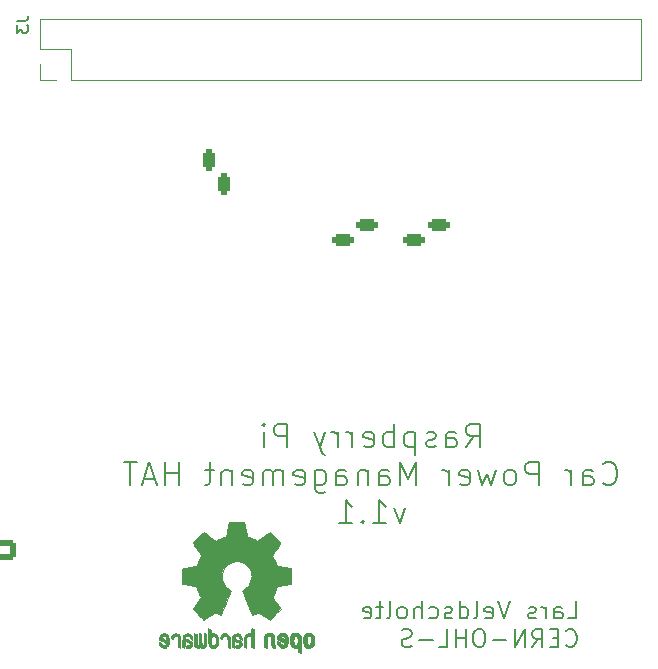
<source format=gbo>
%TF.GenerationSoftware,KiCad,Pcbnew,7.0.9*%
%TF.CreationDate,2023-12-05T18:08:32+01:00*%
%TF.ProjectId,RPi_Car_HAT,5250695f-4361-4725-9f48-41542e6b6963,rev?*%
%TF.SameCoordinates,Original*%
%TF.FileFunction,Legend,Bot*%
%TF.FilePolarity,Positive*%
%FSLAX46Y46*%
G04 Gerber Fmt 4.6, Leading zero omitted, Abs format (unit mm)*
G04 Created by KiCad (PCBNEW 7.0.9) date 2023-12-05 18:08:32*
%MOMM*%
%LPD*%
G01*
G04 APERTURE LIST*
G04 Aperture macros list*
%AMRoundRect*
0 Rectangle with rounded corners*
0 $1 Rounding radius*
0 $2 $3 $4 $5 $6 $7 $8 $9 X,Y pos of 4 corners*
0 Add a 4 corners polygon primitive as box body*
4,1,4,$2,$3,$4,$5,$6,$7,$8,$9,$2,$3,0*
0 Add four circle primitives for the rounded corners*
1,1,$1+$1,$2,$3*
1,1,$1+$1,$4,$5*
1,1,$1+$1,$6,$7*
1,1,$1+$1,$8,$9*
0 Add four rect primitives between the rounded corners*
20,1,$1+$1,$2,$3,$4,$5,0*
20,1,$1+$1,$4,$5,$6,$7,0*
20,1,$1+$1,$6,$7,$8,$9,0*
20,1,$1+$1,$8,$9,$2,$3,0*%
G04 Aperture macros list end*
%ADD10C,0.200000*%
%ADD11C,0.150000*%
%ADD12C,0.120000*%
%ADD13C,0.010000*%
%ADD14C,3.000000*%
%ADD15C,1.000000*%
%ADD16C,1.600000*%
%ADD17O,1.600000X1.600000*%
%ADD18C,1.440000*%
%ADD19R,1.600000X1.600000*%
%ADD20R,1.500000X1.500000*%
%ADD21C,1.500000*%
%ADD22R,1.800000X1.100000*%
%ADD23RoundRect,0.275000X0.625000X-0.275000X0.625000X0.275000X-0.625000X0.275000X-0.625000X-0.275000X0*%
%ADD24R,1.800000X1.800000*%
%ADD25C,1.800000*%
%ADD26RoundRect,0.250000X0.725000X-0.600000X0.725000X0.600000X-0.725000X0.600000X-0.725000X-0.600000X0*%
%ADD27O,1.950000X1.700000*%
%ADD28R,1.100000X1.800000*%
%ADD29RoundRect,0.275000X0.275000X0.625000X-0.275000X0.625000X-0.275000X-0.625000X0.275000X-0.625000X0*%
%ADD30R,2.540000X2.540000*%
%ADD31C,2.540000*%
%ADD32R,2.000000X1.905000*%
%ADD33O,2.000000X1.905000*%
%ADD34C,2.000000*%
%ADD35R,1.700000X1.700000*%
%ADD36O,1.700000X1.700000*%
G04 APERTURE END LIST*
D10*
X121665000Y-98024838D02*
X122331667Y-97072457D01*
X122807857Y-98024838D02*
X122807857Y-96024838D01*
X122807857Y-96024838D02*
X122045952Y-96024838D01*
X122045952Y-96024838D02*
X121855476Y-96120076D01*
X121855476Y-96120076D02*
X121760238Y-96215314D01*
X121760238Y-96215314D02*
X121665000Y-96405790D01*
X121665000Y-96405790D02*
X121665000Y-96691504D01*
X121665000Y-96691504D02*
X121760238Y-96881980D01*
X121760238Y-96881980D02*
X121855476Y-96977219D01*
X121855476Y-96977219D02*
X122045952Y-97072457D01*
X122045952Y-97072457D02*
X122807857Y-97072457D01*
X119950714Y-98024838D02*
X119950714Y-96977219D01*
X119950714Y-96977219D02*
X120045952Y-96786742D01*
X120045952Y-96786742D02*
X120236428Y-96691504D01*
X120236428Y-96691504D02*
X120617381Y-96691504D01*
X120617381Y-96691504D02*
X120807857Y-96786742D01*
X119950714Y-97929600D02*
X120141190Y-98024838D01*
X120141190Y-98024838D02*
X120617381Y-98024838D01*
X120617381Y-98024838D02*
X120807857Y-97929600D01*
X120807857Y-97929600D02*
X120903095Y-97739123D01*
X120903095Y-97739123D02*
X120903095Y-97548647D01*
X120903095Y-97548647D02*
X120807857Y-97358171D01*
X120807857Y-97358171D02*
X120617381Y-97262933D01*
X120617381Y-97262933D02*
X120141190Y-97262933D01*
X120141190Y-97262933D02*
X119950714Y-97167695D01*
X119093571Y-97929600D02*
X118903095Y-98024838D01*
X118903095Y-98024838D02*
X118522143Y-98024838D01*
X118522143Y-98024838D02*
X118331666Y-97929600D01*
X118331666Y-97929600D02*
X118236428Y-97739123D01*
X118236428Y-97739123D02*
X118236428Y-97643885D01*
X118236428Y-97643885D02*
X118331666Y-97453409D01*
X118331666Y-97453409D02*
X118522143Y-97358171D01*
X118522143Y-97358171D02*
X118807857Y-97358171D01*
X118807857Y-97358171D02*
X118998333Y-97262933D01*
X118998333Y-97262933D02*
X119093571Y-97072457D01*
X119093571Y-97072457D02*
X119093571Y-96977219D01*
X119093571Y-96977219D02*
X118998333Y-96786742D01*
X118998333Y-96786742D02*
X118807857Y-96691504D01*
X118807857Y-96691504D02*
X118522143Y-96691504D01*
X118522143Y-96691504D02*
X118331666Y-96786742D01*
X117379285Y-96691504D02*
X117379285Y-98691504D01*
X117379285Y-96786742D02*
X117188809Y-96691504D01*
X117188809Y-96691504D02*
X116807856Y-96691504D01*
X116807856Y-96691504D02*
X116617380Y-96786742D01*
X116617380Y-96786742D02*
X116522142Y-96881980D01*
X116522142Y-96881980D02*
X116426904Y-97072457D01*
X116426904Y-97072457D02*
X116426904Y-97643885D01*
X116426904Y-97643885D02*
X116522142Y-97834361D01*
X116522142Y-97834361D02*
X116617380Y-97929600D01*
X116617380Y-97929600D02*
X116807856Y-98024838D01*
X116807856Y-98024838D02*
X117188809Y-98024838D01*
X117188809Y-98024838D02*
X117379285Y-97929600D01*
X115569761Y-98024838D02*
X115569761Y-96024838D01*
X115569761Y-96786742D02*
X115379285Y-96691504D01*
X115379285Y-96691504D02*
X114998332Y-96691504D01*
X114998332Y-96691504D02*
X114807856Y-96786742D01*
X114807856Y-96786742D02*
X114712618Y-96881980D01*
X114712618Y-96881980D02*
X114617380Y-97072457D01*
X114617380Y-97072457D02*
X114617380Y-97643885D01*
X114617380Y-97643885D02*
X114712618Y-97834361D01*
X114712618Y-97834361D02*
X114807856Y-97929600D01*
X114807856Y-97929600D02*
X114998332Y-98024838D01*
X114998332Y-98024838D02*
X115379285Y-98024838D01*
X115379285Y-98024838D02*
X115569761Y-97929600D01*
X112998332Y-97929600D02*
X113188808Y-98024838D01*
X113188808Y-98024838D02*
X113569761Y-98024838D01*
X113569761Y-98024838D02*
X113760237Y-97929600D01*
X113760237Y-97929600D02*
X113855475Y-97739123D01*
X113855475Y-97739123D02*
X113855475Y-96977219D01*
X113855475Y-96977219D02*
X113760237Y-96786742D01*
X113760237Y-96786742D02*
X113569761Y-96691504D01*
X113569761Y-96691504D02*
X113188808Y-96691504D01*
X113188808Y-96691504D02*
X112998332Y-96786742D01*
X112998332Y-96786742D02*
X112903094Y-96977219D01*
X112903094Y-96977219D02*
X112903094Y-97167695D01*
X112903094Y-97167695D02*
X113855475Y-97358171D01*
X112045951Y-98024838D02*
X112045951Y-96691504D01*
X112045951Y-97072457D02*
X111950713Y-96881980D01*
X111950713Y-96881980D02*
X111855475Y-96786742D01*
X111855475Y-96786742D02*
X111664999Y-96691504D01*
X111664999Y-96691504D02*
X111474522Y-96691504D01*
X110807856Y-98024838D02*
X110807856Y-96691504D01*
X110807856Y-97072457D02*
X110712618Y-96881980D01*
X110712618Y-96881980D02*
X110617380Y-96786742D01*
X110617380Y-96786742D02*
X110426904Y-96691504D01*
X110426904Y-96691504D02*
X110236427Y-96691504D01*
X109760237Y-96691504D02*
X109284047Y-98024838D01*
X108807856Y-96691504D02*
X109284047Y-98024838D01*
X109284047Y-98024838D02*
X109474523Y-98501028D01*
X109474523Y-98501028D02*
X109569761Y-98596266D01*
X109569761Y-98596266D02*
X109760237Y-98691504D01*
X106522141Y-98024838D02*
X106522141Y-96024838D01*
X106522141Y-96024838D02*
X105760236Y-96024838D01*
X105760236Y-96024838D02*
X105569760Y-96120076D01*
X105569760Y-96120076D02*
X105474522Y-96215314D01*
X105474522Y-96215314D02*
X105379284Y-96405790D01*
X105379284Y-96405790D02*
X105379284Y-96691504D01*
X105379284Y-96691504D02*
X105474522Y-96881980D01*
X105474522Y-96881980D02*
X105569760Y-96977219D01*
X105569760Y-96977219D02*
X105760236Y-97072457D01*
X105760236Y-97072457D02*
X106522141Y-97072457D01*
X104522141Y-98024838D02*
X104522141Y-96691504D01*
X104522141Y-96024838D02*
X104617379Y-96120076D01*
X104617379Y-96120076D02*
X104522141Y-96215314D01*
X104522141Y-96215314D02*
X104426903Y-96120076D01*
X104426903Y-96120076D02*
X104522141Y-96024838D01*
X104522141Y-96024838D02*
X104522141Y-96215314D01*
X133236430Y-101054361D02*
X133331668Y-101149600D01*
X133331668Y-101149600D02*
X133617382Y-101244838D01*
X133617382Y-101244838D02*
X133807858Y-101244838D01*
X133807858Y-101244838D02*
X134093573Y-101149600D01*
X134093573Y-101149600D02*
X134284049Y-100959123D01*
X134284049Y-100959123D02*
X134379287Y-100768647D01*
X134379287Y-100768647D02*
X134474525Y-100387695D01*
X134474525Y-100387695D02*
X134474525Y-100101980D01*
X134474525Y-100101980D02*
X134379287Y-99721028D01*
X134379287Y-99721028D02*
X134284049Y-99530552D01*
X134284049Y-99530552D02*
X134093573Y-99340076D01*
X134093573Y-99340076D02*
X133807858Y-99244838D01*
X133807858Y-99244838D02*
X133617382Y-99244838D01*
X133617382Y-99244838D02*
X133331668Y-99340076D01*
X133331668Y-99340076D02*
X133236430Y-99435314D01*
X131522144Y-101244838D02*
X131522144Y-100197219D01*
X131522144Y-100197219D02*
X131617382Y-100006742D01*
X131617382Y-100006742D02*
X131807858Y-99911504D01*
X131807858Y-99911504D02*
X132188811Y-99911504D01*
X132188811Y-99911504D02*
X132379287Y-100006742D01*
X131522144Y-101149600D02*
X131712620Y-101244838D01*
X131712620Y-101244838D02*
X132188811Y-101244838D01*
X132188811Y-101244838D02*
X132379287Y-101149600D01*
X132379287Y-101149600D02*
X132474525Y-100959123D01*
X132474525Y-100959123D02*
X132474525Y-100768647D01*
X132474525Y-100768647D02*
X132379287Y-100578171D01*
X132379287Y-100578171D02*
X132188811Y-100482933D01*
X132188811Y-100482933D02*
X131712620Y-100482933D01*
X131712620Y-100482933D02*
X131522144Y-100387695D01*
X130569763Y-101244838D02*
X130569763Y-99911504D01*
X130569763Y-100292457D02*
X130474525Y-100101980D01*
X130474525Y-100101980D02*
X130379287Y-100006742D01*
X130379287Y-100006742D02*
X130188811Y-99911504D01*
X130188811Y-99911504D02*
X129998334Y-99911504D01*
X127807858Y-101244838D02*
X127807858Y-99244838D01*
X127807858Y-99244838D02*
X127045953Y-99244838D01*
X127045953Y-99244838D02*
X126855477Y-99340076D01*
X126855477Y-99340076D02*
X126760239Y-99435314D01*
X126760239Y-99435314D02*
X126665001Y-99625790D01*
X126665001Y-99625790D02*
X126665001Y-99911504D01*
X126665001Y-99911504D02*
X126760239Y-100101980D01*
X126760239Y-100101980D02*
X126855477Y-100197219D01*
X126855477Y-100197219D02*
X127045953Y-100292457D01*
X127045953Y-100292457D02*
X127807858Y-100292457D01*
X125522144Y-101244838D02*
X125712620Y-101149600D01*
X125712620Y-101149600D02*
X125807858Y-101054361D01*
X125807858Y-101054361D02*
X125903096Y-100863885D01*
X125903096Y-100863885D02*
X125903096Y-100292457D01*
X125903096Y-100292457D02*
X125807858Y-100101980D01*
X125807858Y-100101980D02*
X125712620Y-100006742D01*
X125712620Y-100006742D02*
X125522144Y-99911504D01*
X125522144Y-99911504D02*
X125236429Y-99911504D01*
X125236429Y-99911504D02*
X125045953Y-100006742D01*
X125045953Y-100006742D02*
X124950715Y-100101980D01*
X124950715Y-100101980D02*
X124855477Y-100292457D01*
X124855477Y-100292457D02*
X124855477Y-100863885D01*
X124855477Y-100863885D02*
X124950715Y-101054361D01*
X124950715Y-101054361D02*
X125045953Y-101149600D01*
X125045953Y-101149600D02*
X125236429Y-101244838D01*
X125236429Y-101244838D02*
X125522144Y-101244838D01*
X124188810Y-99911504D02*
X123807858Y-101244838D01*
X123807858Y-101244838D02*
X123426905Y-100292457D01*
X123426905Y-100292457D02*
X123045953Y-101244838D01*
X123045953Y-101244838D02*
X122665001Y-99911504D01*
X121141191Y-101149600D02*
X121331667Y-101244838D01*
X121331667Y-101244838D02*
X121712620Y-101244838D01*
X121712620Y-101244838D02*
X121903096Y-101149600D01*
X121903096Y-101149600D02*
X121998334Y-100959123D01*
X121998334Y-100959123D02*
X121998334Y-100197219D01*
X121998334Y-100197219D02*
X121903096Y-100006742D01*
X121903096Y-100006742D02*
X121712620Y-99911504D01*
X121712620Y-99911504D02*
X121331667Y-99911504D01*
X121331667Y-99911504D02*
X121141191Y-100006742D01*
X121141191Y-100006742D02*
X121045953Y-100197219D01*
X121045953Y-100197219D02*
X121045953Y-100387695D01*
X121045953Y-100387695D02*
X121998334Y-100578171D01*
X120188810Y-101244838D02*
X120188810Y-99911504D01*
X120188810Y-100292457D02*
X120093572Y-100101980D01*
X120093572Y-100101980D02*
X119998334Y-100006742D01*
X119998334Y-100006742D02*
X119807858Y-99911504D01*
X119807858Y-99911504D02*
X119617381Y-99911504D01*
X117426905Y-101244838D02*
X117426905Y-99244838D01*
X117426905Y-99244838D02*
X116760238Y-100673409D01*
X116760238Y-100673409D02*
X116093572Y-99244838D01*
X116093572Y-99244838D02*
X116093572Y-101244838D01*
X114284048Y-101244838D02*
X114284048Y-100197219D01*
X114284048Y-100197219D02*
X114379286Y-100006742D01*
X114379286Y-100006742D02*
X114569762Y-99911504D01*
X114569762Y-99911504D02*
X114950715Y-99911504D01*
X114950715Y-99911504D02*
X115141191Y-100006742D01*
X114284048Y-101149600D02*
X114474524Y-101244838D01*
X114474524Y-101244838D02*
X114950715Y-101244838D01*
X114950715Y-101244838D02*
X115141191Y-101149600D01*
X115141191Y-101149600D02*
X115236429Y-100959123D01*
X115236429Y-100959123D02*
X115236429Y-100768647D01*
X115236429Y-100768647D02*
X115141191Y-100578171D01*
X115141191Y-100578171D02*
X114950715Y-100482933D01*
X114950715Y-100482933D02*
X114474524Y-100482933D01*
X114474524Y-100482933D02*
X114284048Y-100387695D01*
X113331667Y-99911504D02*
X113331667Y-101244838D01*
X113331667Y-100101980D02*
X113236429Y-100006742D01*
X113236429Y-100006742D02*
X113045953Y-99911504D01*
X113045953Y-99911504D02*
X112760238Y-99911504D01*
X112760238Y-99911504D02*
X112569762Y-100006742D01*
X112569762Y-100006742D02*
X112474524Y-100197219D01*
X112474524Y-100197219D02*
X112474524Y-101244838D01*
X110665000Y-101244838D02*
X110665000Y-100197219D01*
X110665000Y-100197219D02*
X110760238Y-100006742D01*
X110760238Y-100006742D02*
X110950714Y-99911504D01*
X110950714Y-99911504D02*
X111331667Y-99911504D01*
X111331667Y-99911504D02*
X111522143Y-100006742D01*
X110665000Y-101149600D02*
X110855476Y-101244838D01*
X110855476Y-101244838D02*
X111331667Y-101244838D01*
X111331667Y-101244838D02*
X111522143Y-101149600D01*
X111522143Y-101149600D02*
X111617381Y-100959123D01*
X111617381Y-100959123D02*
X111617381Y-100768647D01*
X111617381Y-100768647D02*
X111522143Y-100578171D01*
X111522143Y-100578171D02*
X111331667Y-100482933D01*
X111331667Y-100482933D02*
X110855476Y-100482933D01*
X110855476Y-100482933D02*
X110665000Y-100387695D01*
X108855476Y-99911504D02*
X108855476Y-101530552D01*
X108855476Y-101530552D02*
X108950714Y-101721028D01*
X108950714Y-101721028D02*
X109045952Y-101816266D01*
X109045952Y-101816266D02*
X109236429Y-101911504D01*
X109236429Y-101911504D02*
X109522143Y-101911504D01*
X109522143Y-101911504D02*
X109712619Y-101816266D01*
X108855476Y-101149600D02*
X109045952Y-101244838D01*
X109045952Y-101244838D02*
X109426905Y-101244838D01*
X109426905Y-101244838D02*
X109617381Y-101149600D01*
X109617381Y-101149600D02*
X109712619Y-101054361D01*
X109712619Y-101054361D02*
X109807857Y-100863885D01*
X109807857Y-100863885D02*
X109807857Y-100292457D01*
X109807857Y-100292457D02*
X109712619Y-100101980D01*
X109712619Y-100101980D02*
X109617381Y-100006742D01*
X109617381Y-100006742D02*
X109426905Y-99911504D01*
X109426905Y-99911504D02*
X109045952Y-99911504D01*
X109045952Y-99911504D02*
X108855476Y-100006742D01*
X107141190Y-101149600D02*
X107331666Y-101244838D01*
X107331666Y-101244838D02*
X107712619Y-101244838D01*
X107712619Y-101244838D02*
X107903095Y-101149600D01*
X107903095Y-101149600D02*
X107998333Y-100959123D01*
X107998333Y-100959123D02*
X107998333Y-100197219D01*
X107998333Y-100197219D02*
X107903095Y-100006742D01*
X107903095Y-100006742D02*
X107712619Y-99911504D01*
X107712619Y-99911504D02*
X107331666Y-99911504D01*
X107331666Y-99911504D02*
X107141190Y-100006742D01*
X107141190Y-100006742D02*
X107045952Y-100197219D01*
X107045952Y-100197219D02*
X107045952Y-100387695D01*
X107045952Y-100387695D02*
X107998333Y-100578171D01*
X106188809Y-101244838D02*
X106188809Y-99911504D01*
X106188809Y-100101980D02*
X106093571Y-100006742D01*
X106093571Y-100006742D02*
X105903095Y-99911504D01*
X105903095Y-99911504D02*
X105617380Y-99911504D01*
X105617380Y-99911504D02*
X105426904Y-100006742D01*
X105426904Y-100006742D02*
X105331666Y-100197219D01*
X105331666Y-100197219D02*
X105331666Y-101244838D01*
X105331666Y-100197219D02*
X105236428Y-100006742D01*
X105236428Y-100006742D02*
X105045952Y-99911504D01*
X105045952Y-99911504D02*
X104760238Y-99911504D01*
X104760238Y-99911504D02*
X104569761Y-100006742D01*
X104569761Y-100006742D02*
X104474523Y-100197219D01*
X104474523Y-100197219D02*
X104474523Y-101244838D01*
X102760237Y-101149600D02*
X102950713Y-101244838D01*
X102950713Y-101244838D02*
X103331666Y-101244838D01*
X103331666Y-101244838D02*
X103522142Y-101149600D01*
X103522142Y-101149600D02*
X103617380Y-100959123D01*
X103617380Y-100959123D02*
X103617380Y-100197219D01*
X103617380Y-100197219D02*
X103522142Y-100006742D01*
X103522142Y-100006742D02*
X103331666Y-99911504D01*
X103331666Y-99911504D02*
X102950713Y-99911504D01*
X102950713Y-99911504D02*
X102760237Y-100006742D01*
X102760237Y-100006742D02*
X102664999Y-100197219D01*
X102664999Y-100197219D02*
X102664999Y-100387695D01*
X102664999Y-100387695D02*
X103617380Y-100578171D01*
X101807856Y-99911504D02*
X101807856Y-101244838D01*
X101807856Y-100101980D02*
X101712618Y-100006742D01*
X101712618Y-100006742D02*
X101522142Y-99911504D01*
X101522142Y-99911504D02*
X101236427Y-99911504D01*
X101236427Y-99911504D02*
X101045951Y-100006742D01*
X101045951Y-100006742D02*
X100950713Y-100197219D01*
X100950713Y-100197219D02*
X100950713Y-101244838D01*
X100284046Y-99911504D02*
X99522142Y-99911504D01*
X99998332Y-99244838D02*
X99998332Y-100959123D01*
X99998332Y-100959123D02*
X99903094Y-101149600D01*
X99903094Y-101149600D02*
X99712618Y-101244838D01*
X99712618Y-101244838D02*
X99522142Y-101244838D01*
X97331665Y-101244838D02*
X97331665Y-99244838D01*
X97331665Y-100197219D02*
X96188808Y-100197219D01*
X96188808Y-101244838D02*
X96188808Y-99244838D01*
X95331665Y-100673409D02*
X94379284Y-100673409D01*
X95522141Y-101244838D02*
X94855475Y-99244838D01*
X94855475Y-99244838D02*
X94188808Y-101244838D01*
X93807855Y-99244838D02*
X92664998Y-99244838D01*
X93236427Y-101244838D02*
X93236427Y-99244838D01*
X116522142Y-103131504D02*
X116045952Y-104464838D01*
X116045952Y-104464838D02*
X115569761Y-103131504D01*
X113760237Y-104464838D02*
X114903094Y-104464838D01*
X114331666Y-104464838D02*
X114331666Y-102464838D01*
X114331666Y-102464838D02*
X114522142Y-102750552D01*
X114522142Y-102750552D02*
X114712618Y-102941028D01*
X114712618Y-102941028D02*
X114903094Y-103036266D01*
X112903094Y-104274361D02*
X112807856Y-104369600D01*
X112807856Y-104369600D02*
X112903094Y-104464838D01*
X112903094Y-104464838D02*
X112998332Y-104369600D01*
X112998332Y-104369600D02*
X112903094Y-104274361D01*
X112903094Y-104274361D02*
X112903094Y-104464838D01*
X110903094Y-104464838D02*
X112045951Y-104464838D01*
X111474523Y-104464838D02*
X111474523Y-102464838D01*
X111474523Y-102464838D02*
X111664999Y-102750552D01*
X111664999Y-102750552D02*
X111855475Y-102941028D01*
X111855475Y-102941028D02*
X112045951Y-103036266D01*
D11*
X130274887Y-112508628D02*
X130989173Y-112508628D01*
X130989173Y-112508628D02*
X130989173Y-111008628D01*
X129132030Y-112508628D02*
X129132030Y-111722914D01*
X129132030Y-111722914D02*
X129203458Y-111580057D01*
X129203458Y-111580057D02*
X129346315Y-111508628D01*
X129346315Y-111508628D02*
X129632030Y-111508628D01*
X129632030Y-111508628D02*
X129774887Y-111580057D01*
X129132030Y-112437200D02*
X129274887Y-112508628D01*
X129274887Y-112508628D02*
X129632030Y-112508628D01*
X129632030Y-112508628D02*
X129774887Y-112437200D01*
X129774887Y-112437200D02*
X129846315Y-112294342D01*
X129846315Y-112294342D02*
X129846315Y-112151485D01*
X129846315Y-112151485D02*
X129774887Y-112008628D01*
X129774887Y-112008628D02*
X129632030Y-111937200D01*
X129632030Y-111937200D02*
X129274887Y-111937200D01*
X129274887Y-111937200D02*
X129132030Y-111865771D01*
X128417744Y-112508628D02*
X128417744Y-111508628D01*
X128417744Y-111794342D02*
X128346315Y-111651485D01*
X128346315Y-111651485D02*
X128274887Y-111580057D01*
X128274887Y-111580057D02*
X128132029Y-111508628D01*
X128132029Y-111508628D02*
X127989172Y-111508628D01*
X127560601Y-112437200D02*
X127417744Y-112508628D01*
X127417744Y-112508628D02*
X127132030Y-112508628D01*
X127132030Y-112508628D02*
X126989173Y-112437200D01*
X126989173Y-112437200D02*
X126917744Y-112294342D01*
X126917744Y-112294342D02*
X126917744Y-112222914D01*
X126917744Y-112222914D02*
X126989173Y-112080057D01*
X126989173Y-112080057D02*
X127132030Y-112008628D01*
X127132030Y-112008628D02*
X127346316Y-112008628D01*
X127346316Y-112008628D02*
X127489173Y-111937200D01*
X127489173Y-111937200D02*
X127560601Y-111794342D01*
X127560601Y-111794342D02*
X127560601Y-111722914D01*
X127560601Y-111722914D02*
X127489173Y-111580057D01*
X127489173Y-111580057D02*
X127346316Y-111508628D01*
X127346316Y-111508628D02*
X127132030Y-111508628D01*
X127132030Y-111508628D02*
X126989173Y-111580057D01*
X125346315Y-111008628D02*
X124846315Y-112508628D01*
X124846315Y-112508628D02*
X124346315Y-111008628D01*
X123274887Y-112437200D02*
X123417744Y-112508628D01*
X123417744Y-112508628D02*
X123703459Y-112508628D01*
X123703459Y-112508628D02*
X123846316Y-112437200D01*
X123846316Y-112437200D02*
X123917744Y-112294342D01*
X123917744Y-112294342D02*
X123917744Y-111722914D01*
X123917744Y-111722914D02*
X123846316Y-111580057D01*
X123846316Y-111580057D02*
X123703459Y-111508628D01*
X123703459Y-111508628D02*
X123417744Y-111508628D01*
X123417744Y-111508628D02*
X123274887Y-111580057D01*
X123274887Y-111580057D02*
X123203459Y-111722914D01*
X123203459Y-111722914D02*
X123203459Y-111865771D01*
X123203459Y-111865771D02*
X123917744Y-112008628D01*
X122346316Y-112508628D02*
X122489173Y-112437200D01*
X122489173Y-112437200D02*
X122560602Y-112294342D01*
X122560602Y-112294342D02*
X122560602Y-111008628D01*
X121132031Y-112508628D02*
X121132031Y-111008628D01*
X121132031Y-112437200D02*
X121274888Y-112508628D01*
X121274888Y-112508628D02*
X121560602Y-112508628D01*
X121560602Y-112508628D02*
X121703459Y-112437200D01*
X121703459Y-112437200D02*
X121774888Y-112365771D01*
X121774888Y-112365771D02*
X121846316Y-112222914D01*
X121846316Y-112222914D02*
X121846316Y-111794342D01*
X121846316Y-111794342D02*
X121774888Y-111651485D01*
X121774888Y-111651485D02*
X121703459Y-111580057D01*
X121703459Y-111580057D02*
X121560602Y-111508628D01*
X121560602Y-111508628D02*
X121274888Y-111508628D01*
X121274888Y-111508628D02*
X121132031Y-111580057D01*
X120489173Y-112437200D02*
X120346316Y-112508628D01*
X120346316Y-112508628D02*
X120060602Y-112508628D01*
X120060602Y-112508628D02*
X119917745Y-112437200D01*
X119917745Y-112437200D02*
X119846316Y-112294342D01*
X119846316Y-112294342D02*
X119846316Y-112222914D01*
X119846316Y-112222914D02*
X119917745Y-112080057D01*
X119917745Y-112080057D02*
X120060602Y-112008628D01*
X120060602Y-112008628D02*
X120274888Y-112008628D01*
X120274888Y-112008628D02*
X120417745Y-111937200D01*
X120417745Y-111937200D02*
X120489173Y-111794342D01*
X120489173Y-111794342D02*
X120489173Y-111722914D01*
X120489173Y-111722914D02*
X120417745Y-111580057D01*
X120417745Y-111580057D02*
X120274888Y-111508628D01*
X120274888Y-111508628D02*
X120060602Y-111508628D01*
X120060602Y-111508628D02*
X119917745Y-111580057D01*
X118560602Y-112437200D02*
X118703459Y-112508628D01*
X118703459Y-112508628D02*
X118989173Y-112508628D01*
X118989173Y-112508628D02*
X119132030Y-112437200D01*
X119132030Y-112437200D02*
X119203459Y-112365771D01*
X119203459Y-112365771D02*
X119274887Y-112222914D01*
X119274887Y-112222914D02*
X119274887Y-111794342D01*
X119274887Y-111794342D02*
X119203459Y-111651485D01*
X119203459Y-111651485D02*
X119132030Y-111580057D01*
X119132030Y-111580057D02*
X118989173Y-111508628D01*
X118989173Y-111508628D02*
X118703459Y-111508628D01*
X118703459Y-111508628D02*
X118560602Y-111580057D01*
X117917745Y-112508628D02*
X117917745Y-111008628D01*
X117274888Y-112508628D02*
X117274888Y-111722914D01*
X117274888Y-111722914D02*
X117346316Y-111580057D01*
X117346316Y-111580057D02*
X117489173Y-111508628D01*
X117489173Y-111508628D02*
X117703459Y-111508628D01*
X117703459Y-111508628D02*
X117846316Y-111580057D01*
X117846316Y-111580057D02*
X117917745Y-111651485D01*
X116346316Y-112508628D02*
X116489173Y-112437200D01*
X116489173Y-112437200D02*
X116560602Y-112365771D01*
X116560602Y-112365771D02*
X116632030Y-112222914D01*
X116632030Y-112222914D02*
X116632030Y-111794342D01*
X116632030Y-111794342D02*
X116560602Y-111651485D01*
X116560602Y-111651485D02*
X116489173Y-111580057D01*
X116489173Y-111580057D02*
X116346316Y-111508628D01*
X116346316Y-111508628D02*
X116132030Y-111508628D01*
X116132030Y-111508628D02*
X115989173Y-111580057D01*
X115989173Y-111580057D02*
X115917745Y-111651485D01*
X115917745Y-111651485D02*
X115846316Y-111794342D01*
X115846316Y-111794342D02*
X115846316Y-112222914D01*
X115846316Y-112222914D02*
X115917745Y-112365771D01*
X115917745Y-112365771D02*
X115989173Y-112437200D01*
X115989173Y-112437200D02*
X116132030Y-112508628D01*
X116132030Y-112508628D02*
X116346316Y-112508628D01*
X114989173Y-112508628D02*
X115132030Y-112437200D01*
X115132030Y-112437200D02*
X115203459Y-112294342D01*
X115203459Y-112294342D02*
X115203459Y-111008628D01*
X114632030Y-111508628D02*
X114060602Y-111508628D01*
X114417745Y-111008628D02*
X114417745Y-112294342D01*
X114417745Y-112294342D02*
X114346316Y-112437200D01*
X114346316Y-112437200D02*
X114203459Y-112508628D01*
X114203459Y-112508628D02*
X114060602Y-112508628D01*
X112989173Y-112437200D02*
X113132030Y-112508628D01*
X113132030Y-112508628D02*
X113417745Y-112508628D01*
X113417745Y-112508628D02*
X113560602Y-112437200D01*
X113560602Y-112437200D02*
X113632030Y-112294342D01*
X113632030Y-112294342D02*
X113632030Y-111722914D01*
X113632030Y-111722914D02*
X113560602Y-111580057D01*
X113560602Y-111580057D02*
X113417745Y-111508628D01*
X113417745Y-111508628D02*
X113132030Y-111508628D01*
X113132030Y-111508628D02*
X112989173Y-111580057D01*
X112989173Y-111580057D02*
X112917745Y-111722914D01*
X112917745Y-111722914D02*
X112917745Y-111865771D01*
X112917745Y-111865771D02*
X113632030Y-112008628D01*
X130132030Y-114780771D02*
X130203458Y-114852200D01*
X130203458Y-114852200D02*
X130417744Y-114923628D01*
X130417744Y-114923628D02*
X130560601Y-114923628D01*
X130560601Y-114923628D02*
X130774887Y-114852200D01*
X130774887Y-114852200D02*
X130917744Y-114709342D01*
X130917744Y-114709342D02*
X130989173Y-114566485D01*
X130989173Y-114566485D02*
X131060601Y-114280771D01*
X131060601Y-114280771D02*
X131060601Y-114066485D01*
X131060601Y-114066485D02*
X130989173Y-113780771D01*
X130989173Y-113780771D02*
X130917744Y-113637914D01*
X130917744Y-113637914D02*
X130774887Y-113495057D01*
X130774887Y-113495057D02*
X130560601Y-113423628D01*
X130560601Y-113423628D02*
X130417744Y-113423628D01*
X130417744Y-113423628D02*
X130203458Y-113495057D01*
X130203458Y-113495057D02*
X130132030Y-113566485D01*
X129489173Y-114137914D02*
X128989173Y-114137914D01*
X128774887Y-114923628D02*
X129489173Y-114923628D01*
X129489173Y-114923628D02*
X129489173Y-113423628D01*
X129489173Y-113423628D02*
X128774887Y-113423628D01*
X127274887Y-114923628D02*
X127774887Y-114209342D01*
X128132030Y-114923628D02*
X128132030Y-113423628D01*
X128132030Y-113423628D02*
X127560601Y-113423628D01*
X127560601Y-113423628D02*
X127417744Y-113495057D01*
X127417744Y-113495057D02*
X127346315Y-113566485D01*
X127346315Y-113566485D02*
X127274887Y-113709342D01*
X127274887Y-113709342D02*
X127274887Y-113923628D01*
X127274887Y-113923628D02*
X127346315Y-114066485D01*
X127346315Y-114066485D02*
X127417744Y-114137914D01*
X127417744Y-114137914D02*
X127560601Y-114209342D01*
X127560601Y-114209342D02*
X128132030Y-114209342D01*
X126632030Y-114923628D02*
X126632030Y-113423628D01*
X126632030Y-113423628D02*
X125774887Y-114923628D01*
X125774887Y-114923628D02*
X125774887Y-113423628D01*
X125060601Y-114352200D02*
X123917744Y-114352200D01*
X122917743Y-113423628D02*
X122632029Y-113423628D01*
X122632029Y-113423628D02*
X122489172Y-113495057D01*
X122489172Y-113495057D02*
X122346315Y-113637914D01*
X122346315Y-113637914D02*
X122274886Y-113923628D01*
X122274886Y-113923628D02*
X122274886Y-114423628D01*
X122274886Y-114423628D02*
X122346315Y-114709342D01*
X122346315Y-114709342D02*
X122489172Y-114852200D01*
X122489172Y-114852200D02*
X122632029Y-114923628D01*
X122632029Y-114923628D02*
X122917743Y-114923628D01*
X122917743Y-114923628D02*
X123060601Y-114852200D01*
X123060601Y-114852200D02*
X123203458Y-114709342D01*
X123203458Y-114709342D02*
X123274886Y-114423628D01*
X123274886Y-114423628D02*
X123274886Y-113923628D01*
X123274886Y-113923628D02*
X123203458Y-113637914D01*
X123203458Y-113637914D02*
X123060601Y-113495057D01*
X123060601Y-113495057D02*
X122917743Y-113423628D01*
X121632029Y-114923628D02*
X121632029Y-113423628D01*
X121632029Y-114137914D02*
X120774886Y-114137914D01*
X120774886Y-114923628D02*
X120774886Y-113423628D01*
X119346314Y-114923628D02*
X120060600Y-114923628D01*
X120060600Y-114923628D02*
X120060600Y-113423628D01*
X118846314Y-114352200D02*
X117703457Y-114352200D01*
X117060599Y-114852200D02*
X116846314Y-114923628D01*
X116846314Y-114923628D02*
X116489171Y-114923628D01*
X116489171Y-114923628D02*
X116346314Y-114852200D01*
X116346314Y-114852200D02*
X116274885Y-114780771D01*
X116274885Y-114780771D02*
X116203456Y-114637914D01*
X116203456Y-114637914D02*
X116203456Y-114495057D01*
X116203456Y-114495057D02*
X116274885Y-114352200D01*
X116274885Y-114352200D02*
X116346314Y-114280771D01*
X116346314Y-114280771D02*
X116489171Y-114209342D01*
X116489171Y-114209342D02*
X116774885Y-114137914D01*
X116774885Y-114137914D02*
X116917742Y-114066485D01*
X116917742Y-114066485D02*
X116989171Y-113995057D01*
X116989171Y-113995057D02*
X117060599Y-113852200D01*
X117060599Y-113852200D02*
X117060599Y-113709342D01*
X117060599Y-113709342D02*
X116989171Y-113566485D01*
X116989171Y-113566485D02*
X116917742Y-113495057D01*
X116917742Y-113495057D02*
X116774885Y-113423628D01*
X116774885Y-113423628D02*
X116417742Y-113423628D01*
X116417742Y-113423628D02*
X116203456Y-113495057D01*
X83604819Y-61896666D02*
X84319104Y-61896666D01*
X84319104Y-61896666D02*
X84461961Y-61849047D01*
X84461961Y-61849047D02*
X84557200Y-61753809D01*
X84557200Y-61753809D02*
X84604819Y-61610952D01*
X84604819Y-61610952D02*
X84604819Y-61515714D01*
X83604819Y-62277619D02*
X83604819Y-62896666D01*
X83604819Y-62896666D02*
X83985771Y-62563333D01*
X83985771Y-62563333D02*
X83985771Y-62706190D01*
X83985771Y-62706190D02*
X84033390Y-62801428D01*
X84033390Y-62801428D02*
X84081009Y-62849047D01*
X84081009Y-62849047D02*
X84176247Y-62896666D01*
X84176247Y-62896666D02*
X84414342Y-62896666D01*
X84414342Y-62896666D02*
X84509580Y-62849047D01*
X84509580Y-62849047D02*
X84557200Y-62801428D01*
X84557200Y-62801428D02*
X84604819Y-62706190D01*
X84604819Y-62706190D02*
X84604819Y-62420476D01*
X84604819Y-62420476D02*
X84557200Y-62325238D01*
X84557200Y-62325238D02*
X84509580Y-62277619D01*
D12*
X136510000Y-61720000D02*
X136510000Y-66920000D01*
X85590000Y-61720000D02*
X136510000Y-61720000D01*
X85590000Y-61720000D02*
X85590000Y-64320000D01*
X88190000Y-64320000D02*
X88190000Y-66920000D01*
X85590000Y-64320000D02*
X88190000Y-64320000D01*
X85590000Y-65590000D02*
X85590000Y-66920000D01*
X88190000Y-66920000D02*
X136510000Y-66920000D01*
X85590000Y-66920000D02*
X86920000Y-66920000D01*
D13*
X97171725Y-113779619D02*
X97292261Y-113824393D01*
X97342388Y-113858034D01*
X97393152Y-113906236D01*
X97429362Y-113967551D01*
X97453393Y-114051024D01*
X97467618Y-114165697D01*
X97474412Y-114320613D01*
X97476149Y-114524814D01*
X97475809Y-114630341D01*
X97474101Y-114774541D01*
X97471201Y-114889620D01*
X97467384Y-114965822D01*
X97462925Y-114993391D01*
X97433909Y-114984272D01*
X97375339Y-114959509D01*
X97373581Y-114958707D01*
X97343167Y-114942785D01*
X97322712Y-114920938D01*
X97310240Y-114882672D01*
X97303777Y-114817495D01*
X97301348Y-114714913D01*
X97300977Y-114564433D01*
X97300229Y-114468974D01*
X97292256Y-114289571D01*
X97273998Y-114158163D01*
X97243526Y-114067859D01*
X97198912Y-114011767D01*
X97138226Y-113982994D01*
X97129807Y-113980989D01*
X97016139Y-113979423D01*
X96927492Y-114030348D01*
X96866265Y-114132445D01*
X96855346Y-114161961D01*
X96830458Y-114227283D01*
X96817854Y-114257300D01*
X96791969Y-114253164D01*
X96735439Y-114230717D01*
X96682715Y-114193647D01*
X96658678Y-114123587D01*
X96665847Y-114073406D01*
X96709897Y-113971618D01*
X96781123Y-113876235D01*
X96864415Y-113810269D01*
X96899310Y-113795018D01*
X97031443Y-113769521D01*
X97171725Y-113779619D01*
G36*
X97171725Y-113779619D02*
G01*
X97292261Y-113824393D01*
X97342388Y-113858034D01*
X97393152Y-113906236D01*
X97429362Y-113967551D01*
X97453393Y-114051024D01*
X97467618Y-114165697D01*
X97474412Y-114320613D01*
X97476149Y-114524814D01*
X97475809Y-114630341D01*
X97474101Y-114774541D01*
X97471201Y-114889620D01*
X97467384Y-114965822D01*
X97462925Y-114993391D01*
X97433909Y-114984272D01*
X97375339Y-114959509D01*
X97373581Y-114958707D01*
X97343167Y-114942785D01*
X97322712Y-114920938D01*
X97310240Y-114882672D01*
X97303777Y-114817495D01*
X97301348Y-114714913D01*
X97300977Y-114564433D01*
X97300229Y-114468974D01*
X97292256Y-114289571D01*
X97273998Y-114158163D01*
X97243526Y-114067859D01*
X97198912Y-114011767D01*
X97138226Y-113982994D01*
X97129807Y-113980989D01*
X97016139Y-113979423D01*
X96927492Y-114030348D01*
X96866265Y-114132445D01*
X96855346Y-114161961D01*
X96830458Y-114227283D01*
X96817854Y-114257300D01*
X96791969Y-114253164D01*
X96735439Y-114230717D01*
X96682715Y-114193647D01*
X96658678Y-114123587D01*
X96665847Y-114073406D01*
X96709897Y-113971618D01*
X96781123Y-113876235D01*
X96864415Y-113810269D01*
X96899310Y-113795018D01*
X97031443Y-113769521D01*
X97171725Y-113779619D01*
G37*
X105113487Y-113712689D02*
X105249848Y-113776770D01*
X105361598Y-113887584D01*
X105384761Y-113922273D01*
X105403973Y-113961590D01*
X105417598Y-114011145D01*
X105426877Y-114080568D01*
X105433050Y-114179490D01*
X105437357Y-114317539D01*
X105441038Y-114504346D01*
X105450180Y-115022542D01*
X105373383Y-114993344D01*
X105303068Y-114966520D01*
X105250424Y-114940706D01*
X105216060Y-114907431D01*
X105196093Y-114856510D01*
X105186639Y-114777761D01*
X105183814Y-114660999D01*
X105183736Y-114496042D01*
X105183336Y-114364558D01*
X105180951Y-114238394D01*
X105175259Y-114152223D01*
X105164961Y-114095672D01*
X105148755Y-114058370D01*
X105125345Y-114029943D01*
X105067793Y-113989827D01*
X104971112Y-113974706D01*
X104875465Y-114012917D01*
X104869152Y-114017810D01*
X104849477Y-114040413D01*
X104834963Y-114076664D01*
X104824394Y-114135511D01*
X104816555Y-114225901D01*
X104810227Y-114356779D01*
X104804195Y-114537095D01*
X104789598Y-115019907D01*
X104665517Y-114964283D01*
X104541437Y-114908659D01*
X104541437Y-114467851D01*
X104541951Y-114348098D01*
X104546380Y-114181506D01*
X104557594Y-114057468D01*
X104578272Y-113965987D01*
X104611093Y-113897066D01*
X104658736Y-113840707D01*
X104723877Y-113786914D01*
X104817571Y-113732719D01*
X104965175Y-113697339D01*
X105113487Y-113712689D01*
G36*
X105113487Y-113712689D02*
G01*
X105249848Y-113776770D01*
X105361598Y-113887584D01*
X105384761Y-113922273D01*
X105403973Y-113961590D01*
X105417598Y-114011145D01*
X105426877Y-114080568D01*
X105433050Y-114179490D01*
X105437357Y-114317539D01*
X105441038Y-114504346D01*
X105450180Y-115022542D01*
X105373383Y-114993344D01*
X105303068Y-114966520D01*
X105250424Y-114940706D01*
X105216060Y-114907431D01*
X105196093Y-114856510D01*
X105186639Y-114777761D01*
X105183814Y-114660999D01*
X105183736Y-114496042D01*
X105183336Y-114364558D01*
X105180951Y-114238394D01*
X105175259Y-114152223D01*
X105164961Y-114095672D01*
X105148755Y-114058370D01*
X105125345Y-114029943D01*
X105067793Y-113989827D01*
X104971112Y-113974706D01*
X104875465Y-114012917D01*
X104869152Y-114017810D01*
X104849477Y-114040413D01*
X104834963Y-114076664D01*
X104824394Y-114135511D01*
X104816555Y-114225901D01*
X104810227Y-114356779D01*
X104804195Y-114537095D01*
X104789598Y-115019907D01*
X104665517Y-114964283D01*
X104541437Y-114908659D01*
X104541437Y-114467851D01*
X104541951Y-114348098D01*
X104546380Y-114181506D01*
X104557594Y-114057468D01*
X104578272Y-113965987D01*
X104611093Y-113897066D01*
X104658736Y-113840707D01*
X104723877Y-113786914D01*
X104817571Y-113732719D01*
X104965175Y-113697339D01*
X105113487Y-113712689D01*
G37*
X101445872Y-113810536D02*
X101455090Y-113815638D01*
X101530381Y-113874080D01*
X101597698Y-113949215D01*
X101609439Y-113966196D01*
X101631883Y-114005825D01*
X101647918Y-114052858D01*
X101658945Y-114117492D01*
X101666365Y-114209923D01*
X101671579Y-114340349D01*
X101675989Y-114518965D01*
X101676614Y-114549162D01*
X101678620Y-114744941D01*
X101675792Y-114883603D01*
X101668088Y-114966103D01*
X101655466Y-114993391D01*
X101617267Y-114985220D01*
X101552374Y-114960463D01*
X101537094Y-114953223D01*
X101513227Y-114936835D01*
X101496769Y-114909893D01*
X101486005Y-114862833D01*
X101479219Y-114786088D01*
X101474693Y-114670095D01*
X101470713Y-114505287D01*
X101469622Y-114457112D01*
X101465407Y-114304960D01*
X101459936Y-114198476D01*
X101451554Y-114127565D01*
X101438606Y-114082129D01*
X101419439Y-114052072D01*
X101392398Y-114027296D01*
X101312337Y-113983861D01*
X101213846Y-113975498D01*
X101125719Y-114008734D01*
X101062314Y-114077548D01*
X101037988Y-114175920D01*
X101037311Y-114202658D01*
X101024024Y-114251065D01*
X100984796Y-114258450D01*
X100907983Y-114229624D01*
X100890192Y-114220378D01*
X100842109Y-114166006D01*
X100841157Y-114085161D01*
X100886968Y-113973352D01*
X100928990Y-113912419D01*
X101036435Y-113825859D01*
X101169057Y-113776920D01*
X101310867Y-113770260D01*
X101445872Y-113810536D01*
G36*
X101445872Y-113810536D02*
G01*
X101455090Y-113815638D01*
X101530381Y-113874080D01*
X101597698Y-113949215D01*
X101609439Y-113966196D01*
X101631883Y-114005825D01*
X101647918Y-114052858D01*
X101658945Y-114117492D01*
X101666365Y-114209923D01*
X101671579Y-114340349D01*
X101675989Y-114518965D01*
X101676614Y-114549162D01*
X101678620Y-114744941D01*
X101675792Y-114883603D01*
X101668088Y-114966103D01*
X101655466Y-114993391D01*
X101617267Y-114985220D01*
X101552374Y-114960463D01*
X101537094Y-114953223D01*
X101513227Y-114936835D01*
X101496769Y-114909893D01*
X101486005Y-114862833D01*
X101479219Y-114786088D01*
X101474693Y-114670095D01*
X101470713Y-114505287D01*
X101469622Y-114457112D01*
X101465407Y-114304960D01*
X101459936Y-114198476D01*
X101451554Y-114127565D01*
X101438606Y-114082129D01*
X101419439Y-114052072D01*
X101392398Y-114027296D01*
X101312337Y-113983861D01*
X101213846Y-113975498D01*
X101125719Y-114008734D01*
X101062314Y-114077548D01*
X101037988Y-114175920D01*
X101037311Y-114202658D01*
X101024024Y-114251065D01*
X100984796Y-114258450D01*
X100907983Y-114229624D01*
X100890192Y-114220378D01*
X100842109Y-114166006D01*
X100841157Y-114085161D01*
X100886968Y-113973352D01*
X100928990Y-113912419D01*
X101036435Y-113825859D01*
X101169057Y-113776920D01*
X101310867Y-113770260D01*
X101445872Y-113810536D01*
G37*
X99527410Y-113775970D02*
X99591442Y-113801066D01*
X99665805Y-113834947D01*
X99665805Y-114813727D01*
X99573415Y-114906117D01*
X99552310Y-114926835D01*
X99493847Y-114972885D01*
X99434886Y-114987801D01*
X99347150Y-114980934D01*
X99311429Y-114976494D01*
X99219301Y-114967102D01*
X99154885Y-114963361D01*
X99135778Y-114963933D01*
X99057390Y-114970126D01*
X98962620Y-114980934D01*
X98932298Y-114984647D01*
X98855911Y-114986107D01*
X98800022Y-114963047D01*
X98736355Y-114906117D01*
X98643965Y-114813727D01*
X98643965Y-114290455D01*
X98644685Y-114135821D01*
X98646929Y-113988391D01*
X98650421Y-113871653D01*
X98654876Y-113794840D01*
X98660013Y-113767184D01*
X98661090Y-113767258D01*
X98698407Y-113781019D01*
X98761457Y-113811344D01*
X98846854Y-113855505D01*
X98854893Y-114314965D01*
X98862931Y-114774425D01*
X99038103Y-114774425D01*
X99046092Y-114270805D01*
X99048624Y-114133904D01*
X99052249Y-113987579D01*
X99056177Y-113871411D01*
X99060080Y-113794809D01*
X99063632Y-113767184D01*
X99064653Y-113767281D01*
X99100051Y-113777443D01*
X99165126Y-113799235D01*
X99257069Y-113831287D01*
X99257516Y-114273661D01*
X99257964Y-114350507D01*
X99261069Y-114499834D01*
X99266622Y-114624544D01*
X99274033Y-114713379D01*
X99282714Y-114755083D01*
X99313771Y-114777389D01*
X99377152Y-114784278D01*
X99446839Y-114774425D01*
X99454827Y-114270805D01*
X99457686Y-114142828D01*
X99463614Y-113991348D01*
X99471365Y-113872530D01*
X99480343Y-113794950D01*
X99489948Y-113767184D01*
X99527410Y-113775970D01*
G36*
X99527410Y-113775970D02*
G01*
X99591442Y-113801066D01*
X99665805Y-113834947D01*
X99665805Y-114813727D01*
X99573415Y-114906117D01*
X99552310Y-114926835D01*
X99493847Y-114972885D01*
X99434886Y-114987801D01*
X99347150Y-114980934D01*
X99311429Y-114976494D01*
X99219301Y-114967102D01*
X99154885Y-114963361D01*
X99135778Y-114963933D01*
X99057390Y-114970126D01*
X98962620Y-114980934D01*
X98932298Y-114984647D01*
X98855911Y-114986107D01*
X98800022Y-114963047D01*
X98736355Y-114906117D01*
X98643965Y-114813727D01*
X98643965Y-114290455D01*
X98644685Y-114135821D01*
X98646929Y-113988391D01*
X98650421Y-113871653D01*
X98654876Y-113794840D01*
X98660013Y-113767184D01*
X98661090Y-113767258D01*
X98698407Y-113781019D01*
X98761457Y-113811344D01*
X98846854Y-113855505D01*
X98854893Y-114314965D01*
X98862931Y-114774425D01*
X99038103Y-114774425D01*
X99046092Y-114270805D01*
X99048624Y-114133904D01*
X99052249Y-113987579D01*
X99056177Y-113871411D01*
X99060080Y-113794809D01*
X99063632Y-113767184D01*
X99064653Y-113767281D01*
X99100051Y-113777443D01*
X99165126Y-113799235D01*
X99257069Y-113831287D01*
X99257516Y-114273661D01*
X99257964Y-114350507D01*
X99261069Y-114499834D01*
X99266622Y-114624544D01*
X99274033Y-114713379D01*
X99282714Y-114755083D01*
X99313771Y-114777389D01*
X99377152Y-114784278D01*
X99446839Y-114774425D01*
X99454827Y-114270805D01*
X99457686Y-114142828D01*
X99463614Y-113991348D01*
X99471365Y-113872530D01*
X99480343Y-113794950D01*
X99489948Y-113767184D01*
X99527410Y-113775970D01*
G37*
X103599885Y-113373997D02*
X103694770Y-113414020D01*
X103694770Y-114203706D01*
X103694769Y-114212920D01*
X103694377Y-114420083D01*
X103693329Y-114606432D01*
X103691722Y-114764453D01*
X103689655Y-114886630D01*
X103687225Y-114965448D01*
X103684529Y-114993391D01*
X103683475Y-114993297D01*
X103647647Y-114983144D01*
X103582345Y-114961339D01*
X103490402Y-114929288D01*
X103490402Y-114517991D01*
X103489818Y-114356385D01*
X103487104Y-114239177D01*
X103480858Y-114159415D01*
X103469680Y-114106531D01*
X103452168Y-114069957D01*
X103426922Y-114039123D01*
X103409710Y-114022725D01*
X103316636Y-113977307D01*
X103214051Y-113981328D01*
X103120043Y-114035032D01*
X103106358Y-114048359D01*
X103084439Y-114076032D01*
X103069440Y-114112614D01*
X103060053Y-114168000D01*
X103054968Y-114252088D01*
X103052877Y-114374773D01*
X103052471Y-114545951D01*
X103052276Y-114632769D01*
X103051010Y-114775565D01*
X103048761Y-114889923D01*
X103045758Y-114965860D01*
X103042230Y-114993391D01*
X103041176Y-114993297D01*
X103005348Y-114983144D01*
X102940046Y-114961339D01*
X102848103Y-114929288D01*
X102848149Y-114516109D01*
X102848218Y-114479326D01*
X102852081Y-114287580D01*
X102863950Y-114142586D01*
X102886725Y-114034510D01*
X102923307Y-113953519D01*
X102976595Y-113889778D01*
X103049490Y-113833455D01*
X103120586Y-113798199D01*
X103234255Y-113770946D01*
X103346060Y-113769398D01*
X103432011Y-113795910D01*
X103438473Y-113799571D01*
X103458401Y-113799179D01*
X103472019Y-113768506D01*
X103481846Y-113698188D01*
X103490402Y-113578857D01*
X103505000Y-113333973D01*
X103599885Y-113373997D01*
G36*
X103599885Y-113373997D02*
G01*
X103694770Y-113414020D01*
X103694770Y-114203706D01*
X103694769Y-114212920D01*
X103694377Y-114420083D01*
X103693329Y-114606432D01*
X103691722Y-114764453D01*
X103689655Y-114886630D01*
X103687225Y-114965448D01*
X103684529Y-114993391D01*
X103683475Y-114993297D01*
X103647647Y-114983144D01*
X103582345Y-114961339D01*
X103490402Y-114929288D01*
X103490402Y-114517991D01*
X103489818Y-114356385D01*
X103487104Y-114239177D01*
X103480858Y-114159415D01*
X103469680Y-114106531D01*
X103452168Y-114069957D01*
X103426922Y-114039123D01*
X103409710Y-114022725D01*
X103316636Y-113977307D01*
X103214051Y-113981328D01*
X103120043Y-114035032D01*
X103106358Y-114048359D01*
X103084439Y-114076032D01*
X103069440Y-114112614D01*
X103060053Y-114168000D01*
X103054968Y-114252088D01*
X103052877Y-114374773D01*
X103052471Y-114545951D01*
X103052276Y-114632769D01*
X103051010Y-114775565D01*
X103048761Y-114889923D01*
X103045758Y-114965860D01*
X103042230Y-114993391D01*
X103041176Y-114993297D01*
X103005348Y-114983144D01*
X102940046Y-114961339D01*
X102848103Y-114929288D01*
X102848149Y-114516109D01*
X102848218Y-114479326D01*
X102852081Y-114287580D01*
X102863950Y-114142586D01*
X102886725Y-114034510D01*
X102923307Y-113953519D01*
X102976595Y-113889778D01*
X103049490Y-113833455D01*
X103120586Y-113798199D01*
X103234255Y-113770946D01*
X103346060Y-113769398D01*
X103432011Y-113795910D01*
X103438473Y-113799571D01*
X103458401Y-113799179D01*
X103472019Y-113768506D01*
X103481846Y-113698188D01*
X103490402Y-113578857D01*
X103505000Y-113333973D01*
X103599885Y-113373997D01*
G37*
X108803965Y-114351092D02*
X108803938Y-114382744D01*
X108802355Y-114523918D01*
X108796916Y-114622285D01*
X108785643Y-114690990D01*
X108766561Y-114743181D01*
X108737694Y-114792004D01*
X108730592Y-114802135D01*
X108655444Y-114882012D01*
X108569820Y-114942253D01*
X108525852Y-114961802D01*
X108367861Y-114994408D01*
X108211613Y-114973317D01*
X108067618Y-114901249D01*
X107946385Y-114780922D01*
X107936150Y-114764803D01*
X107902847Y-114671205D01*
X107880405Y-114540879D01*
X107869516Y-114390371D01*
X107870740Y-114251147D01*
X108165384Y-114251147D01*
X108167706Y-114444020D01*
X108168639Y-114456433D01*
X108182242Y-114562857D01*
X108206465Y-114630346D01*
X108247365Y-114676584D01*
X108315941Y-114719895D01*
X108383764Y-114722172D01*
X108453621Y-114672241D01*
X108465771Y-114659102D01*
X108489575Y-114619785D01*
X108503628Y-114562674D01*
X108510313Y-114474256D01*
X108512011Y-114341019D01*
X108509101Y-114216222D01*
X108494582Y-114097326D01*
X108464610Y-114022184D01*
X108415589Y-113982893D01*
X108343924Y-113971552D01*
X108316632Y-113973807D01*
X108240176Y-114015160D01*
X108189650Y-114107900D01*
X108165384Y-114251147D01*
X107870740Y-114251147D01*
X107870871Y-114236227D01*
X107885161Y-114094992D01*
X107913075Y-113983213D01*
X107948949Y-113908766D01*
X108049939Y-113792968D01*
X108186779Y-113721015D01*
X108354283Y-113696281D01*
X108399019Y-113697619D01*
X108530758Y-113725008D01*
X108638968Y-113794007D01*
X108738276Y-113912864D01*
X108744184Y-113921681D01*
X108770921Y-113969108D01*
X108788312Y-114022714D01*
X108798312Y-114095549D01*
X108802878Y-114200659D01*
X108803893Y-114341019D01*
X108803965Y-114351092D01*
G36*
X108803965Y-114351092D02*
G01*
X108803938Y-114382744D01*
X108802355Y-114523918D01*
X108796916Y-114622285D01*
X108785643Y-114690990D01*
X108766561Y-114743181D01*
X108737694Y-114792004D01*
X108730592Y-114802135D01*
X108655444Y-114882012D01*
X108569820Y-114942253D01*
X108525852Y-114961802D01*
X108367861Y-114994408D01*
X108211613Y-114973317D01*
X108067618Y-114901249D01*
X107946385Y-114780922D01*
X107936150Y-114764803D01*
X107902847Y-114671205D01*
X107880405Y-114540879D01*
X107869516Y-114390371D01*
X107870740Y-114251147D01*
X108165384Y-114251147D01*
X108167706Y-114444020D01*
X108168639Y-114456433D01*
X108182242Y-114562857D01*
X108206465Y-114630346D01*
X108247365Y-114676584D01*
X108315941Y-114719895D01*
X108383764Y-114722172D01*
X108453621Y-114672241D01*
X108465771Y-114659102D01*
X108489575Y-114619785D01*
X108503628Y-114562674D01*
X108510313Y-114474256D01*
X108512011Y-114341019D01*
X108509101Y-114216222D01*
X108494582Y-114097326D01*
X108464610Y-114022184D01*
X108415589Y-113982893D01*
X108343924Y-113971552D01*
X108316632Y-113973807D01*
X108240176Y-114015160D01*
X108189650Y-114107900D01*
X108165384Y-114251147D01*
X107870740Y-114251147D01*
X107870871Y-114236227D01*
X107885161Y-114094992D01*
X107913075Y-113983213D01*
X107948949Y-113908766D01*
X108049939Y-113792968D01*
X108186779Y-113721015D01*
X108354283Y-113696281D01*
X108399019Y-113697619D01*
X108530758Y-113725008D01*
X108638968Y-113794007D01*
X108738276Y-113912864D01*
X108744184Y-113921681D01*
X108770921Y-113969108D01*
X108788312Y-114022714D01*
X108798312Y-114095549D01*
X108802878Y-114200659D01*
X108803893Y-114341019D01*
X108803965Y-114351092D01*
G37*
X96483313Y-114386136D02*
X96482744Y-114463946D01*
X96475612Y-114617254D01*
X96456948Y-114729441D01*
X96422537Y-114812554D01*
X96368162Y-114878641D01*
X96289610Y-114939747D01*
X96239630Y-114967535D01*
X96159513Y-114986251D01*
X96046970Y-114984774D01*
X95984050Y-114978845D01*
X95908153Y-114960742D01*
X95847487Y-114921391D01*
X95776912Y-114848066D01*
X95767482Y-114837356D01*
X95704034Y-114754938D01*
X95673762Y-114683156D01*
X95666034Y-114598034D01*
X95666034Y-114472946D01*
X95753447Y-114505940D01*
X95817175Y-114544509D01*
X95872567Y-114635008D01*
X95884131Y-114663983D01*
X95948788Y-114746041D01*
X96036804Y-114787347D01*
X96132637Y-114783633D01*
X96220747Y-114730632D01*
X96251028Y-114697582D01*
X96278489Y-114647720D01*
X96269899Y-114602416D01*
X96220463Y-114555790D01*
X96125389Y-114501958D01*
X95979885Y-114435039D01*
X95680632Y-114304056D01*
X95672691Y-114174298D01*
X95675676Y-114091649D01*
X95870652Y-114091649D01*
X95885453Y-114142815D01*
X95952797Y-114197442D01*
X96075027Y-114259597D01*
X96095253Y-114268601D01*
X96191970Y-114310493D01*
X96264334Y-114339958D01*
X96297961Y-114351092D01*
X96303056Y-114342896D01*
X96305101Y-114292853D01*
X96297812Y-114212414D01*
X96279452Y-114133753D01*
X96222188Y-114034651D01*
X96139524Y-113978808D01*
X96040784Y-113971250D01*
X95935289Y-114017000D01*
X95906053Y-114039876D01*
X95870652Y-114091649D01*
X95675676Y-114091649D01*
X95676196Y-114077255D01*
X95720336Y-113954617D01*
X95776050Y-113887034D01*
X95891561Y-113811540D01*
X96028588Y-113773403D01*
X96170237Y-113776422D01*
X96299617Y-113824393D01*
X96328099Y-113842813D01*
X96393428Y-113899811D01*
X96438106Y-113971916D01*
X96465641Y-114069853D01*
X96479541Y-114204351D01*
X96481378Y-114292853D01*
X96483313Y-114386136D01*
G36*
X96483313Y-114386136D02*
G01*
X96482744Y-114463946D01*
X96475612Y-114617254D01*
X96456948Y-114729441D01*
X96422537Y-114812554D01*
X96368162Y-114878641D01*
X96289610Y-114939747D01*
X96239630Y-114967535D01*
X96159513Y-114986251D01*
X96046970Y-114984774D01*
X95984050Y-114978845D01*
X95908153Y-114960742D01*
X95847487Y-114921391D01*
X95776912Y-114848066D01*
X95767482Y-114837356D01*
X95704034Y-114754938D01*
X95673762Y-114683156D01*
X95666034Y-114598034D01*
X95666034Y-114472946D01*
X95753447Y-114505940D01*
X95817175Y-114544509D01*
X95872567Y-114635008D01*
X95884131Y-114663983D01*
X95948788Y-114746041D01*
X96036804Y-114787347D01*
X96132637Y-114783633D01*
X96220747Y-114730632D01*
X96251028Y-114697582D01*
X96278489Y-114647720D01*
X96269899Y-114602416D01*
X96220463Y-114555790D01*
X96125389Y-114501958D01*
X95979885Y-114435039D01*
X95680632Y-114304056D01*
X95672691Y-114174298D01*
X95675676Y-114091649D01*
X95870652Y-114091649D01*
X95885453Y-114142815D01*
X95952797Y-114197442D01*
X96075027Y-114259597D01*
X96095253Y-114268601D01*
X96191970Y-114310493D01*
X96264334Y-114339958D01*
X96297961Y-114351092D01*
X96303056Y-114342896D01*
X96305101Y-114292853D01*
X96297812Y-114212414D01*
X96279452Y-114133753D01*
X96222188Y-114034651D01*
X96139524Y-113978808D01*
X96040784Y-113971250D01*
X95935289Y-114017000D01*
X95906053Y-114039876D01*
X95870652Y-114091649D01*
X95675676Y-114091649D01*
X95676196Y-114077255D01*
X95720336Y-113954617D01*
X95776050Y-113887034D01*
X95891561Y-113811540D01*
X96028588Y-113773403D01*
X96170237Y-113776422D01*
X96299617Y-113824393D01*
X96328099Y-113842813D01*
X96393428Y-113899811D01*
X96438106Y-113971916D01*
X96465641Y-114069853D01*
X96479541Y-114204351D01*
X96481378Y-114292853D01*
X96483313Y-114386136D01*
G37*
X100687553Y-114380287D02*
X100685219Y-114494135D01*
X100668739Y-114649320D01*
X100632883Y-114765612D01*
X100573455Y-114854411D01*
X100486257Y-114927119D01*
X100403195Y-114969150D01*
X100263709Y-114992538D01*
X100124412Y-114966965D01*
X99998510Y-114895694D01*
X99899210Y-114781991D01*
X99887219Y-114761024D01*
X99871384Y-114724291D01*
X99859638Y-114677415D01*
X99851378Y-114612355D01*
X99845998Y-114521070D01*
X99842892Y-114395519D01*
X99842797Y-114384379D01*
X100045345Y-114384379D01*
X100046035Y-114490644D01*
X100050400Y-114586762D01*
X100061192Y-114648811D01*
X100081126Y-114690502D01*
X100112916Y-114725543D01*
X100120364Y-114732279D01*
X100216060Y-114781992D01*
X100317312Y-114776905D01*
X100411614Y-114717362D01*
X100439694Y-114686514D01*
X100463196Y-114645618D01*
X100476322Y-114589080D01*
X100482030Y-114502657D01*
X100483276Y-114372106D01*
X100482661Y-114272487D01*
X100478407Y-114175251D01*
X100467682Y-114112502D01*
X100447707Y-114070382D01*
X100415704Y-114035032D01*
X100396905Y-114019114D01*
X100299492Y-113976235D01*
X100197437Y-113982985D01*
X100108825Y-114039123D01*
X100089749Y-114061382D01*
X100066486Y-114103293D01*
X100053036Y-114161822D01*
X100046841Y-114250880D01*
X100045345Y-114384379D01*
X99842797Y-114384379D01*
X99841457Y-114227661D01*
X99841086Y-114009455D01*
X99840977Y-113332072D01*
X99935862Y-113371819D01*
X99960949Y-113382699D01*
X100000881Y-113407268D01*
X100023739Y-113444475D01*
X100036301Y-113509541D01*
X100045345Y-113617687D01*
X100053605Y-113714788D01*
X100064523Y-113778535D01*
X100080165Y-113802323D01*
X100103736Y-113795943D01*
X100163801Y-113773525D01*
X100271145Y-113767967D01*
X100386624Y-113788728D01*
X100486257Y-113833455D01*
X100541072Y-113874856D01*
X100611452Y-113955632D01*
X100656528Y-114059195D01*
X100680496Y-114196947D01*
X100687239Y-114372106D01*
X100687553Y-114380287D01*
G36*
X100687553Y-114380287D02*
G01*
X100685219Y-114494135D01*
X100668739Y-114649320D01*
X100632883Y-114765612D01*
X100573455Y-114854411D01*
X100486257Y-114927119D01*
X100403195Y-114969150D01*
X100263709Y-114992538D01*
X100124412Y-114966965D01*
X99998510Y-114895694D01*
X99899210Y-114781991D01*
X99887219Y-114761024D01*
X99871384Y-114724291D01*
X99859638Y-114677415D01*
X99851378Y-114612355D01*
X99845998Y-114521070D01*
X99842892Y-114395519D01*
X99842797Y-114384379D01*
X100045345Y-114384379D01*
X100046035Y-114490644D01*
X100050400Y-114586762D01*
X100061192Y-114648811D01*
X100081126Y-114690502D01*
X100112916Y-114725543D01*
X100120364Y-114732279D01*
X100216060Y-114781992D01*
X100317312Y-114776905D01*
X100411614Y-114717362D01*
X100439694Y-114686514D01*
X100463196Y-114645618D01*
X100476322Y-114589080D01*
X100482030Y-114502657D01*
X100483276Y-114372106D01*
X100482661Y-114272487D01*
X100478407Y-114175251D01*
X100467682Y-114112502D01*
X100447707Y-114070382D01*
X100415704Y-114035032D01*
X100396905Y-114019114D01*
X100299492Y-113976235D01*
X100197437Y-113982985D01*
X100108825Y-114039123D01*
X100089749Y-114061382D01*
X100066486Y-114103293D01*
X100053036Y-114161822D01*
X100046841Y-114250880D01*
X100045345Y-114384379D01*
X99842797Y-114384379D01*
X99841457Y-114227661D01*
X99841086Y-114009455D01*
X99840977Y-113332072D01*
X99935862Y-113371819D01*
X99960949Y-113382699D01*
X100000881Y-113407268D01*
X100023739Y-113444475D01*
X100036301Y-113509541D01*
X100045345Y-113617687D01*
X100053605Y-113714788D01*
X100064523Y-113778535D01*
X100080165Y-113802323D01*
X100103736Y-113795943D01*
X100163801Y-113773525D01*
X100271145Y-113767967D01*
X100386624Y-113788728D01*
X100486257Y-113833455D01*
X100541072Y-113874856D01*
X100611452Y-113955632D01*
X100656528Y-114059195D01*
X100680496Y-114196947D01*
X100687239Y-114372106D01*
X100687553Y-114380287D01*
G37*
X106584452Y-114268329D02*
X106575168Y-114489639D01*
X106569926Y-114536526D01*
X106530868Y-114703409D01*
X106460290Y-114830326D01*
X106352955Y-114927602D01*
X106346888Y-114931616D01*
X106210440Y-114988706D01*
X106067973Y-114993786D01*
X105930696Y-114950311D01*
X105809819Y-114861734D01*
X105716552Y-114731509D01*
X105714986Y-114728369D01*
X105683993Y-114647501D01*
X105661292Y-114555593D01*
X105649250Y-114469311D01*
X105650237Y-114405321D01*
X105666623Y-114380287D01*
X105681179Y-114381809D01*
X105750792Y-114409496D01*
X105829697Y-114460409D01*
X105896820Y-114519343D01*
X105931087Y-114571094D01*
X105966707Y-114641291D01*
X106039711Y-114705138D01*
X106124485Y-114730632D01*
X106155558Y-114723261D01*
X106216891Y-114686154D01*
X106270315Y-114634644D01*
X106293161Y-114587913D01*
X106293154Y-114587740D01*
X106267233Y-114566280D01*
X106198127Y-114527565D01*
X106096249Y-114477037D01*
X105972011Y-114420134D01*
X105971328Y-114419833D01*
X105836355Y-114359738D01*
X105745884Y-114316440D01*
X105691039Y-114283179D01*
X105662944Y-114253194D01*
X105652724Y-114219726D01*
X105651503Y-114176015D01*
X105659996Y-114093244D01*
X105948219Y-114093244D01*
X105977970Y-114119265D01*
X106052101Y-114158256D01*
X106054274Y-114159359D01*
X106141733Y-114201009D01*
X106219974Y-114234235D01*
X106269611Y-114248291D01*
X106289521Y-114229503D01*
X106293161Y-114165124D01*
X106278035Y-114085001D01*
X106225597Y-114012189D01*
X106149677Y-113974439D01*
X106065040Y-113978251D01*
X105986447Y-114030121D01*
X105955555Y-114065965D01*
X105948219Y-114093244D01*
X105659996Y-114093244D01*
X105662251Y-114071265D01*
X105715389Y-113928949D01*
X105804342Y-113817111D01*
X105919448Y-113739676D01*
X106051045Y-113700568D01*
X106189472Y-113703711D01*
X106325065Y-113753030D01*
X106448164Y-113852447D01*
X106516366Y-113950829D01*
X106565356Y-114091261D01*
X106573322Y-114165124D01*
X106584452Y-114268329D01*
G36*
X106584452Y-114268329D02*
G01*
X106575168Y-114489639D01*
X106569926Y-114536526D01*
X106530868Y-114703409D01*
X106460290Y-114830326D01*
X106352955Y-114927602D01*
X106346888Y-114931616D01*
X106210440Y-114988706D01*
X106067973Y-114993786D01*
X105930696Y-114950311D01*
X105809819Y-114861734D01*
X105716552Y-114731509D01*
X105714986Y-114728369D01*
X105683993Y-114647501D01*
X105661292Y-114555593D01*
X105649250Y-114469311D01*
X105650237Y-114405321D01*
X105666623Y-114380287D01*
X105681179Y-114381809D01*
X105750792Y-114409496D01*
X105829697Y-114460409D01*
X105896820Y-114519343D01*
X105931087Y-114571094D01*
X105966707Y-114641291D01*
X106039711Y-114705138D01*
X106124485Y-114730632D01*
X106155558Y-114723261D01*
X106216891Y-114686154D01*
X106270315Y-114634644D01*
X106293161Y-114587913D01*
X106293154Y-114587740D01*
X106267233Y-114566280D01*
X106198127Y-114527565D01*
X106096249Y-114477037D01*
X105972011Y-114420134D01*
X105971328Y-114419833D01*
X105836355Y-114359738D01*
X105745884Y-114316440D01*
X105691039Y-114283179D01*
X105662944Y-114253194D01*
X105652724Y-114219726D01*
X105651503Y-114176015D01*
X105659996Y-114093244D01*
X105948219Y-114093244D01*
X105977970Y-114119265D01*
X106052101Y-114158256D01*
X106054274Y-114159359D01*
X106141733Y-114201009D01*
X106219974Y-114234235D01*
X106269611Y-114248291D01*
X106289521Y-114229503D01*
X106293161Y-114165124D01*
X106278035Y-114085001D01*
X106225597Y-114012189D01*
X106149677Y-113974439D01*
X106065040Y-113978251D01*
X105986447Y-114030121D01*
X105955555Y-114065965D01*
X105948219Y-114093244D01*
X105659996Y-114093244D01*
X105662251Y-114071265D01*
X105715389Y-113928949D01*
X105804342Y-113817111D01*
X105919448Y-113739676D01*
X106051045Y-113700568D01*
X106189472Y-113703711D01*
X106325065Y-113753030D01*
X106448164Y-113852447D01*
X106516366Y-113950829D01*
X106565356Y-114091261D01*
X106573322Y-114165124D01*
X106584452Y-114268329D01*
G37*
X102414995Y-113798674D02*
X102515355Y-113857191D01*
X102559505Y-113902784D01*
X102644347Y-114039072D01*
X102672931Y-114187658D01*
X102672931Y-114289882D01*
X102578963Y-114250372D01*
X102513977Y-114210504D01*
X102462763Y-114127734D01*
X102457504Y-114110669D01*
X102400903Y-114023724D01*
X102315594Y-113976758D01*
X102217641Y-113974741D01*
X102123106Y-114022644D01*
X102108993Y-114034998D01*
X102061797Y-114088683D01*
X102054003Y-114135488D01*
X102089706Y-114181446D01*
X102173003Y-114232588D01*
X102307988Y-114294948D01*
X102317118Y-114298897D01*
X102466969Y-114368772D01*
X102569316Y-114430672D01*
X102632320Y-114492476D01*
X102664138Y-114562062D01*
X102672931Y-114647308D01*
X102661409Y-114741816D01*
X102603228Y-114862785D01*
X102500875Y-114949688D01*
X102426843Y-114975778D01*
X102322367Y-114990055D01*
X102220917Y-114987006D01*
X102148472Y-114965467D01*
X102140777Y-114960104D01*
X102120341Y-114922632D01*
X102134522Y-114856591D01*
X102159161Y-114804753D01*
X102198670Y-114783172D01*
X102273602Y-114784246D01*
X102377630Y-114778055D01*
X102445605Y-114735311D01*
X102468563Y-114656189D01*
X102468542Y-114653916D01*
X102454629Y-114607986D01*
X102407303Y-114565845D01*
X102315287Y-114517272D01*
X102190151Y-114458790D01*
X102107268Y-114426975D01*
X102059420Y-114429025D01*
X102037063Y-114471051D01*
X102030649Y-114559162D01*
X102030632Y-114699469D01*
X102029917Y-114786081D01*
X102026635Y-114893041D01*
X102021300Y-114966250D01*
X102014585Y-114993391D01*
X102012790Y-114993206D01*
X101973982Y-114978498D01*
X101909709Y-114947456D01*
X101820880Y-114901521D01*
X101831436Y-114487628D01*
X101832171Y-114460179D01*
X101840555Y-114267517D01*
X101855366Y-114122309D01*
X101879629Y-114014887D01*
X101916364Y-113935584D01*
X101968597Y-113874730D01*
X102039348Y-113822658D01*
X102040657Y-113821842D01*
X102155056Y-113779360D01*
X102287365Y-113772184D01*
X102414995Y-113798674D01*
G36*
X102414995Y-113798674D02*
G01*
X102515355Y-113857191D01*
X102559505Y-113902784D01*
X102644347Y-114039072D01*
X102672931Y-114187658D01*
X102672931Y-114289882D01*
X102578963Y-114250372D01*
X102513977Y-114210504D01*
X102462763Y-114127734D01*
X102457504Y-114110669D01*
X102400903Y-114023724D01*
X102315594Y-113976758D01*
X102217641Y-113974741D01*
X102123106Y-114022644D01*
X102108993Y-114034998D01*
X102061797Y-114088683D01*
X102054003Y-114135488D01*
X102089706Y-114181446D01*
X102173003Y-114232588D01*
X102307988Y-114294948D01*
X102317118Y-114298897D01*
X102466969Y-114368772D01*
X102569316Y-114430672D01*
X102632320Y-114492476D01*
X102664138Y-114562062D01*
X102672931Y-114647308D01*
X102661409Y-114741816D01*
X102603228Y-114862785D01*
X102500875Y-114949688D01*
X102426843Y-114975778D01*
X102322367Y-114990055D01*
X102220917Y-114987006D01*
X102148472Y-114965467D01*
X102140777Y-114960104D01*
X102120341Y-114922632D01*
X102134522Y-114856591D01*
X102159161Y-114804753D01*
X102198670Y-114783172D01*
X102273602Y-114784246D01*
X102377630Y-114778055D01*
X102445605Y-114735311D01*
X102468563Y-114656189D01*
X102468542Y-114653916D01*
X102454629Y-114607986D01*
X102407303Y-114565845D01*
X102315287Y-114517272D01*
X102190151Y-114458790D01*
X102107268Y-114426975D01*
X102059420Y-114429025D01*
X102037063Y-114471051D01*
X102030649Y-114559162D01*
X102030632Y-114699469D01*
X102029917Y-114786081D01*
X102026635Y-114893041D01*
X102021300Y-114966250D01*
X102014585Y-114993391D01*
X102012790Y-114993206D01*
X101973982Y-114978498D01*
X101909709Y-114947456D01*
X101820880Y-114901521D01*
X101831436Y-114487628D01*
X101832171Y-114460179D01*
X101840555Y-114267517D01*
X101855366Y-114122309D01*
X101879629Y-114014887D01*
X101916364Y-113935584D01*
X101968597Y-113874730D01*
X102039348Y-113822658D01*
X102040657Y-113821842D01*
X102155056Y-113779360D01*
X102287365Y-113772184D01*
X102414995Y-113798674D01*
G37*
X107685778Y-114484502D02*
X107688668Y-114708736D01*
X107689471Y-114773785D01*
X107692040Y-114991260D01*
X107692556Y-115157672D01*
X107689437Y-115278846D01*
X107681100Y-115360607D01*
X107665962Y-115408781D01*
X107642441Y-115429194D01*
X107608956Y-115427672D01*
X107563923Y-115410039D01*
X107505761Y-115382121D01*
X107493332Y-115376164D01*
X107441578Y-115347006D01*
X107414550Y-115312314D01*
X107404207Y-115254470D01*
X107402509Y-115155857D01*
X107402433Y-114978793D01*
X107220038Y-114978793D01*
X107107840Y-114973880D01*
X107019620Y-114953953D01*
X106946358Y-114913678D01*
X106940896Y-114909741D01*
X106866558Y-114843243D01*
X106814823Y-114762908D01*
X106782196Y-114657758D01*
X106765182Y-114516815D01*
X106761030Y-114357588D01*
X107052241Y-114357588D01*
X107052291Y-114384276D01*
X107055064Y-114504738D01*
X107063967Y-114583484D01*
X107081617Y-114634618D01*
X107110632Y-114672241D01*
X107112440Y-114674038D01*
X107183753Y-114722720D01*
X107252865Y-114717921D01*
X107330925Y-114658971D01*
X107350019Y-114638823D01*
X107378142Y-114597515D01*
X107394000Y-114543787D01*
X107401009Y-114462326D01*
X107402586Y-114337821D01*
X107401220Y-114262445D01*
X107386402Y-114125362D01*
X107352579Y-114035548D01*
X107296389Y-113986460D01*
X107214472Y-113971552D01*
X107179956Y-113974729D01*
X107120235Y-114006254D01*
X107080752Y-114076505D01*
X107058942Y-114191583D01*
X107052241Y-114357588D01*
X106761030Y-114357588D01*
X106760287Y-114329101D01*
X106761371Y-114192122D01*
X106766307Y-114088364D01*
X106777272Y-114016412D01*
X106796438Y-113962500D01*
X106825977Y-113912864D01*
X106853092Y-113874931D01*
X106951550Y-113772522D01*
X107063100Y-113716903D01*
X107203246Y-113699297D01*
X107363635Y-113716847D01*
X107502288Y-113779797D01*
X107611951Y-113890824D01*
X107620218Y-113902578D01*
X107639499Y-113933813D01*
X107654269Y-113969507D01*
X107665254Y-114017364D01*
X107673174Y-114085087D01*
X107678753Y-114180382D01*
X107682713Y-114310952D01*
X107683188Y-114337821D01*
X107685778Y-114484502D01*
G36*
X107685778Y-114484502D02*
G01*
X107688668Y-114708736D01*
X107689471Y-114773785D01*
X107692040Y-114991260D01*
X107692556Y-115157672D01*
X107689437Y-115278846D01*
X107681100Y-115360607D01*
X107665962Y-115408781D01*
X107642441Y-115429194D01*
X107608956Y-115427672D01*
X107563923Y-115410039D01*
X107505761Y-115382121D01*
X107493332Y-115376164D01*
X107441578Y-115347006D01*
X107414550Y-115312314D01*
X107404207Y-115254470D01*
X107402509Y-115155857D01*
X107402433Y-114978793D01*
X107220038Y-114978793D01*
X107107840Y-114973880D01*
X107019620Y-114953953D01*
X106946358Y-114913678D01*
X106940896Y-114909741D01*
X106866558Y-114843243D01*
X106814823Y-114762908D01*
X106782196Y-114657758D01*
X106765182Y-114516815D01*
X106761030Y-114357588D01*
X107052241Y-114357588D01*
X107052291Y-114384276D01*
X107055064Y-114504738D01*
X107063967Y-114583484D01*
X107081617Y-114634618D01*
X107110632Y-114672241D01*
X107112440Y-114674038D01*
X107183753Y-114722720D01*
X107252865Y-114717921D01*
X107330925Y-114658971D01*
X107350019Y-114638823D01*
X107378142Y-114597515D01*
X107394000Y-114543787D01*
X107401009Y-114462326D01*
X107402586Y-114337821D01*
X107401220Y-114262445D01*
X107386402Y-114125362D01*
X107352579Y-114035548D01*
X107296389Y-113986460D01*
X107214472Y-113971552D01*
X107179956Y-113974729D01*
X107120235Y-114006254D01*
X107080752Y-114076505D01*
X107058942Y-114191583D01*
X107052241Y-114357588D01*
X106761030Y-114357588D01*
X106760287Y-114329101D01*
X106761371Y-114192122D01*
X106766307Y-114088364D01*
X106777272Y-114016412D01*
X106796438Y-113962500D01*
X106825977Y-113912864D01*
X106853092Y-113874931D01*
X106951550Y-113772522D01*
X107063100Y-113716903D01*
X107203246Y-113699297D01*
X107363635Y-113716847D01*
X107502288Y-113779797D01*
X107611951Y-113890824D01*
X107620218Y-113902578D01*
X107639499Y-113933813D01*
X107654269Y-113969507D01*
X107665254Y-114017364D01*
X107673174Y-114085087D01*
X107678753Y-114180382D01*
X107682713Y-114310952D01*
X107683188Y-114337821D01*
X107685778Y-114484502D01*
G37*
X98146628Y-113769810D02*
X98209194Y-113785702D01*
X98267446Y-113825322D01*
X98342418Y-113899076D01*
X98390633Y-113951163D01*
X98440858Y-114018786D01*
X98463510Y-114082168D01*
X98468793Y-114162584D01*
X98468793Y-114294201D01*
X98379035Y-114247785D01*
X98307904Y-114191225D01*
X98259183Y-114115040D01*
X98250814Y-114094326D01*
X98187056Y-114014041D01*
X98098470Y-113973784D01*
X98001873Y-113977702D01*
X97914080Y-114029943D01*
X97876936Y-114072370D01*
X97855300Y-114126647D01*
X97878461Y-114174954D01*
X97950479Y-114223545D01*
X98075410Y-114278677D01*
X98094368Y-114286292D01*
X98208105Y-114336125D01*
X98305706Y-114385265D01*
X98367803Y-114424080D01*
X98429999Y-114493411D01*
X98471346Y-114604051D01*
X98466957Y-114722782D01*
X98418037Y-114835148D01*
X98325797Y-114926690D01*
X98251110Y-114965658D01*
X98106832Y-114992944D01*
X98026656Y-114989263D01*
X97952435Y-114969360D01*
X97923960Y-114927598D01*
X97934608Y-114858820D01*
X97937705Y-114849726D01*
X97962268Y-114801498D01*
X98003165Y-114783245D01*
X98081079Y-114784466D01*
X98136091Y-114786126D01*
X98200459Y-114771881D01*
X98244561Y-114729292D01*
X98269680Y-114676857D01*
X98272481Y-114621929D01*
X98272352Y-114621608D01*
X98239785Y-114591928D01*
X98170083Y-114548735D01*
X98079898Y-114500461D01*
X97985883Y-114455539D01*
X97904689Y-114422402D01*
X97852968Y-114409483D01*
X97845274Y-114422134D01*
X97835588Y-114481668D01*
X97828954Y-114578887D01*
X97826494Y-114701437D01*
X97825922Y-114786263D01*
X97823225Y-114893094D01*
X97818821Y-114966257D01*
X97813270Y-114993391D01*
X97784254Y-114984272D01*
X97725684Y-114959509D01*
X97651322Y-114925627D01*
X97651322Y-114490933D01*
X97651797Y-114379508D01*
X97656293Y-114210301D01*
X97667747Y-114084769D01*
X97688828Y-113993363D01*
X97722206Y-113926532D01*
X97770550Y-113874726D01*
X97836531Y-113828393D01*
X97920594Y-113790156D01*
X98075807Y-113767184D01*
X98146628Y-113769810D01*
G36*
X98146628Y-113769810D02*
G01*
X98209194Y-113785702D01*
X98267446Y-113825322D01*
X98342418Y-113899076D01*
X98390633Y-113951163D01*
X98440858Y-114018786D01*
X98463510Y-114082168D01*
X98468793Y-114162584D01*
X98468793Y-114294201D01*
X98379035Y-114247785D01*
X98307904Y-114191225D01*
X98259183Y-114115040D01*
X98250814Y-114094326D01*
X98187056Y-114014041D01*
X98098470Y-113973784D01*
X98001873Y-113977702D01*
X97914080Y-114029943D01*
X97876936Y-114072370D01*
X97855300Y-114126647D01*
X97878461Y-114174954D01*
X97950479Y-114223545D01*
X98075410Y-114278677D01*
X98094368Y-114286292D01*
X98208105Y-114336125D01*
X98305706Y-114385265D01*
X98367803Y-114424080D01*
X98429999Y-114493411D01*
X98471346Y-114604051D01*
X98466957Y-114722782D01*
X98418037Y-114835148D01*
X98325797Y-114926690D01*
X98251110Y-114965658D01*
X98106832Y-114992944D01*
X98026656Y-114989263D01*
X97952435Y-114969360D01*
X97923960Y-114927598D01*
X97934608Y-114858820D01*
X97937705Y-114849726D01*
X97962268Y-114801498D01*
X98003165Y-114783245D01*
X98081079Y-114784466D01*
X98136091Y-114786126D01*
X98200459Y-114771881D01*
X98244561Y-114729292D01*
X98269680Y-114676857D01*
X98272481Y-114621929D01*
X98272352Y-114621608D01*
X98239785Y-114591928D01*
X98170083Y-114548735D01*
X98079898Y-114500461D01*
X97985883Y-114455539D01*
X97904689Y-114422402D01*
X97852968Y-114409483D01*
X97845274Y-114422134D01*
X97835588Y-114481668D01*
X97828954Y-114578887D01*
X97826494Y-114701437D01*
X97825922Y-114786263D01*
X97823225Y-114893094D01*
X97818821Y-114966257D01*
X97813270Y-114993391D01*
X97784254Y-114984272D01*
X97725684Y-114959509D01*
X97651322Y-114925627D01*
X97651322Y-114490933D01*
X97651797Y-114379508D01*
X97656293Y-114210301D01*
X97667747Y-114084769D01*
X97688828Y-113993363D01*
X97722206Y-113926532D01*
X97770550Y-113874726D01*
X97836531Y-113828393D01*
X97920594Y-113790156D01*
X98075807Y-113767184D01*
X98146628Y-113769810D01*
G37*
X102464175Y-104308045D02*
X102616895Y-104309039D01*
X102726792Y-104311593D01*
X102801235Y-104316445D01*
X102847594Y-104324331D01*
X102873239Y-104335988D01*
X102885539Y-104352153D01*
X102891865Y-104373563D01*
X102892047Y-104374332D01*
X102902441Y-104424663D01*
X102921339Y-104521888D01*
X102946802Y-104655810D01*
X102976890Y-104816235D01*
X103009664Y-104992967D01*
X103012337Y-105007428D01*
X103045010Y-105178959D01*
X103075413Y-105329625D01*
X103101568Y-105450267D01*
X103121496Y-105531729D01*
X103133220Y-105564852D01*
X103133282Y-105564905D01*
X103170229Y-105583229D01*
X103246057Y-105613677D01*
X103344425Y-105649685D01*
X103349965Y-105651640D01*
X103475724Y-105699170D01*
X103622011Y-105758783D01*
X103758293Y-105818056D01*
X103982390Y-105919765D01*
X104478618Y-105580897D01*
X104513570Y-105557063D01*
X104663280Y-105455755D01*
X104796867Y-105366575D01*
X104906343Y-105294773D01*
X104983718Y-105245603D01*
X105021004Y-105224317D01*
X105046552Y-105229196D01*
X105104555Y-105267002D01*
X105194195Y-105341870D01*
X105317957Y-105455903D01*
X105478328Y-105611205D01*
X105492679Y-105625341D01*
X105619933Y-105751999D01*
X105732969Y-105866745D01*
X105824867Y-105962391D01*
X105888707Y-106031746D01*
X105917570Y-106067620D01*
X105917664Y-106067794D01*
X105921331Y-106095106D01*
X105907808Y-106139408D01*
X105873684Y-106206761D01*
X105815548Y-106303226D01*
X105729988Y-106434863D01*
X105613594Y-106607734D01*
X105593759Y-106636912D01*
X105493445Y-106784726D01*
X105404923Y-106915577D01*
X105333465Y-107021643D01*
X105284343Y-107095102D01*
X105262831Y-107128130D01*
X105261208Y-107135126D01*
X105271387Y-107187326D01*
X105301879Y-107272561D01*
X105347712Y-107376291D01*
X105410000Y-107511951D01*
X105479548Y-107672921D01*
X105538609Y-107818621D01*
X105553252Y-107856333D01*
X105591600Y-107952622D01*
X105619770Y-108019704D01*
X105632497Y-108044885D01*
X105646545Y-108046767D01*
X105709681Y-108057651D01*
X105813019Y-108076449D01*
X105945809Y-108101115D01*
X106097297Y-108129604D01*
X106256732Y-108159873D01*
X106413361Y-108189875D01*
X106556433Y-108217566D01*
X106675195Y-108240900D01*
X106758896Y-108257833D01*
X106796782Y-108266320D01*
X106803063Y-108268713D01*
X106818373Y-108281619D01*
X106829763Y-108309096D01*
X106837803Y-108358446D01*
X106843064Y-108436973D01*
X106846116Y-108551980D01*
X106847529Y-108710770D01*
X106847873Y-108920645D01*
X106847873Y-109558906D01*
X106694598Y-109589160D01*
X106676057Y-109592785D01*
X106577596Y-109611569D01*
X106441448Y-109637093D01*
X106283087Y-109666468D01*
X106117988Y-109696806D01*
X106052973Y-109709009D01*
X105907697Y-109738697D01*
X105786626Y-109766770D01*
X105700886Y-109790536D01*
X105661601Y-109807301D01*
X105643799Y-109834694D01*
X105611389Y-109907174D01*
X105578234Y-110000977D01*
X105566564Y-110036103D01*
X105523604Y-110151409D01*
X105468192Y-110287876D01*
X105409353Y-110422954D01*
X105377884Y-110493509D01*
X105333051Y-110598895D01*
X105302240Y-110677818D01*
X105290785Y-110717053D01*
X105291422Y-110720014D01*
X105313150Y-110761639D01*
X105362146Y-110841969D01*
X105433438Y-110953220D01*
X105522054Y-111087605D01*
X105623023Y-111237340D01*
X105955261Y-111724931D01*
X105518771Y-112162149D01*
X105476555Y-112204221D01*
X105347470Y-112330153D01*
X105232107Y-112438754D01*
X105137224Y-112523903D01*
X105069582Y-112579482D01*
X105035938Y-112599368D01*
X104999402Y-112584238D01*
X104922890Y-112540801D01*
X104815196Y-112474270D01*
X104684767Y-112389867D01*
X104540052Y-112292816D01*
X104397910Y-112196964D01*
X104269678Y-112112557D01*
X104165054Y-112045850D01*
X104092171Y-112002024D01*
X104059158Y-111986264D01*
X104057223Y-111986408D01*
X104013369Y-112001945D01*
X103935598Y-112038121D01*
X103839392Y-112087785D01*
X103838381Y-112088329D01*
X103710605Y-112152326D01*
X103623051Y-112183591D01*
X103568726Y-112183677D01*
X103540641Y-112154138D01*
X103528752Y-112125061D01*
X103496668Y-112047188D01*
X103447247Y-111927475D01*
X103383118Y-111772286D01*
X103306911Y-111587984D01*
X103221255Y-111380933D01*
X103128781Y-111157496D01*
X103044962Y-110954226D01*
X102959678Y-110745649D01*
X102884222Y-110559263D01*
X102821126Y-110401407D01*
X102772923Y-110278419D01*
X102742144Y-110196639D01*
X102731322Y-110162406D01*
X102751991Y-110131015D01*
X102809409Y-110078602D01*
X102890688Y-110017704D01*
X103085820Y-109858387D01*
X103260445Y-109654807D01*
X103388235Y-109430808D01*
X103468402Y-109193003D01*
X103500160Y-108948007D01*
X103482722Y-108702433D01*
X103415301Y-108462895D01*
X103297111Y-108236007D01*
X103127364Y-108028383D01*
X103038856Y-107947527D01*
X102826804Y-107804559D01*
X102599905Y-107711352D01*
X102364791Y-107665687D01*
X102128094Y-107665344D01*
X101896446Y-107708105D01*
X101676478Y-107791750D01*
X101474822Y-107914061D01*
X101298111Y-108072817D01*
X101152977Y-108265801D01*
X101046050Y-108490793D01*
X100983964Y-108745575D01*
X100972569Y-108868377D01*
X100988246Y-109134434D01*
X101058846Y-109386856D01*
X101182282Y-109621182D01*
X101356466Y-109832952D01*
X101579311Y-110017704D01*
X101657561Y-110076123D01*
X101716244Y-110129110D01*
X101738678Y-110162356D01*
X101729732Y-110191339D01*
X101700703Y-110268996D01*
X101654026Y-110388451D01*
X101592231Y-110543362D01*
X101517850Y-110727392D01*
X101433412Y-110934200D01*
X101341449Y-111157446D01*
X101257771Y-111359742D01*
X101171366Y-111568686D01*
X101094138Y-111755498D01*
X101028716Y-111913814D01*
X100977731Y-112037269D01*
X100943812Y-112119498D01*
X100929590Y-112154138D01*
X100929425Y-112154548D01*
X100900972Y-112183798D01*
X100846382Y-112183463D01*
X100758609Y-112151980D01*
X100630608Y-112087785D01*
X100620532Y-112082380D01*
X100525481Y-112033750D01*
X100450424Y-111999328D01*
X100410842Y-111986264D01*
X100378400Y-112001702D01*
X100305895Y-112045258D01*
X100201565Y-112111751D01*
X100073539Y-112195998D01*
X99929948Y-112292816D01*
X99788468Y-112387734D01*
X99657611Y-112472490D01*
X99549292Y-112539496D01*
X99471960Y-112583529D01*
X99434062Y-112599368D01*
X99427607Y-112597357D01*
X99382609Y-112565658D01*
X99305727Y-112500181D01*
X99203721Y-112407048D01*
X99083351Y-112292381D01*
X98951379Y-112162300D01*
X98515039Y-111725232D01*
X99194733Y-110725440D01*
X99091402Y-110501886D01*
X99091096Y-110501225D01*
X99029046Y-110358714D01*
X98965640Y-110200018D01*
X98914558Y-110059368D01*
X98906827Y-110036683D01*
X98867852Y-109931370D01*
X98832707Y-109849534D01*
X98808195Y-109807301D01*
X98798212Y-109801337D01*
X98738286Y-109781329D01*
X98636532Y-109755442D01*
X98504068Y-109726370D01*
X98352011Y-109696806D01*
X98306466Y-109688467D01*
X98141685Y-109658107D01*
X97987930Y-109629509D01*
X97860678Y-109605564D01*
X97775402Y-109589160D01*
X97622126Y-109558906D01*
X97622126Y-108920645D01*
X97622160Y-108842165D01*
X97622808Y-108650703D01*
X97624720Y-108507812D01*
X97628469Y-108406189D01*
X97634622Y-108338531D01*
X97643751Y-108297536D01*
X97656427Y-108275900D01*
X97673218Y-108266320D01*
X97689474Y-108262439D01*
X97755748Y-108248710D01*
X97861479Y-108227745D01*
X97995915Y-108201588D01*
X98148302Y-108172283D01*
X98307890Y-108141877D01*
X98463925Y-108112413D01*
X98605657Y-108085937D01*
X98722331Y-108064494D01*
X98803197Y-108050128D01*
X98837503Y-108044885D01*
X98839822Y-108041720D01*
X98858474Y-108000642D01*
X98890753Y-107922044D01*
X98931391Y-107818621D01*
X98987788Y-107679273D01*
X99057214Y-107518226D01*
X99122288Y-107376291D01*
X99137202Y-107344432D01*
X99179047Y-107244669D01*
X99204118Y-107167721D01*
X99207426Y-107128130D01*
X99205720Y-107125325D01*
X99178631Y-107084005D01*
X99124927Y-107003740D01*
X99049877Y-106892350D01*
X98958746Y-106757655D01*
X98856800Y-106607476D01*
X98741930Y-106436851D01*
X98655761Y-106304311D01*
X98597131Y-106207112D01*
X98562650Y-106139234D01*
X98548926Y-106094656D01*
X98552568Y-106067361D01*
X98553794Y-106065313D01*
X98586747Y-106025536D01*
X98653927Y-105953052D01*
X98748419Y-105855046D01*
X98863306Y-105738702D01*
X98991672Y-105611205D01*
X99124831Y-105481821D01*
X99255269Y-105360209D01*
X99351119Y-105278156D01*
X99414866Y-105233560D01*
X99448996Y-105224317D01*
X99453456Y-105226393D01*
X99500421Y-105254385D01*
X99585685Y-105309084D01*
X99701259Y-105385237D01*
X99839154Y-105477592D01*
X99991381Y-105580897D01*
X100487610Y-105919765D01*
X100711707Y-105818056D01*
X100718219Y-105815109D01*
X100855804Y-105755504D01*
X101001767Y-105696222D01*
X101125575Y-105649685D01*
X101126122Y-105649493D01*
X101224414Y-105613497D01*
X101300081Y-105583095D01*
X101336780Y-105564852D01*
X101337374Y-105564190D01*
X101349833Y-105526831D01*
X101370336Y-105441871D01*
X101396907Y-105318469D01*
X101427567Y-105165782D01*
X101460336Y-104992967D01*
X101461478Y-104986774D01*
X101494193Y-104810431D01*
X101524155Y-104650743D01*
X101549425Y-104517905D01*
X101568065Y-104422113D01*
X101578135Y-104373563D01*
X101578779Y-104370873D01*
X101585408Y-104350088D01*
X101598841Y-104334466D01*
X101626446Y-104323270D01*
X101675593Y-104315762D01*
X101753653Y-104311205D01*
X101867994Y-104308863D01*
X102025986Y-104307998D01*
X102235000Y-104307874D01*
X102261262Y-104307874D01*
X102464175Y-104308045D01*
G36*
X102464175Y-104308045D02*
G01*
X102616895Y-104309039D01*
X102726792Y-104311593D01*
X102801235Y-104316445D01*
X102847594Y-104324331D01*
X102873239Y-104335988D01*
X102885539Y-104352153D01*
X102891865Y-104373563D01*
X102892047Y-104374332D01*
X102902441Y-104424663D01*
X102921339Y-104521888D01*
X102946802Y-104655810D01*
X102976890Y-104816235D01*
X103009664Y-104992967D01*
X103012337Y-105007428D01*
X103045010Y-105178959D01*
X103075413Y-105329625D01*
X103101568Y-105450267D01*
X103121496Y-105531729D01*
X103133220Y-105564852D01*
X103133282Y-105564905D01*
X103170229Y-105583229D01*
X103246057Y-105613677D01*
X103344425Y-105649685D01*
X103349965Y-105651640D01*
X103475724Y-105699170D01*
X103622011Y-105758783D01*
X103758293Y-105818056D01*
X103982390Y-105919765D01*
X104478618Y-105580897D01*
X104513570Y-105557063D01*
X104663280Y-105455755D01*
X104796867Y-105366575D01*
X104906343Y-105294773D01*
X104983718Y-105245603D01*
X105021004Y-105224317D01*
X105046552Y-105229196D01*
X105104555Y-105267002D01*
X105194195Y-105341870D01*
X105317957Y-105455903D01*
X105478328Y-105611205D01*
X105492679Y-105625341D01*
X105619933Y-105751999D01*
X105732969Y-105866745D01*
X105824867Y-105962391D01*
X105888707Y-106031746D01*
X105917570Y-106067620D01*
X105917664Y-106067794D01*
X105921331Y-106095106D01*
X105907808Y-106139408D01*
X105873684Y-106206761D01*
X105815548Y-106303226D01*
X105729988Y-106434863D01*
X105613594Y-106607734D01*
X105593759Y-106636912D01*
X105493445Y-106784726D01*
X105404923Y-106915577D01*
X105333465Y-107021643D01*
X105284343Y-107095102D01*
X105262831Y-107128130D01*
X105261208Y-107135126D01*
X105271387Y-107187326D01*
X105301879Y-107272561D01*
X105347712Y-107376291D01*
X105410000Y-107511951D01*
X105479548Y-107672921D01*
X105538609Y-107818621D01*
X105553252Y-107856333D01*
X105591600Y-107952622D01*
X105619770Y-108019704D01*
X105632497Y-108044885D01*
X105646545Y-108046767D01*
X105709681Y-108057651D01*
X105813019Y-108076449D01*
X105945809Y-108101115D01*
X106097297Y-108129604D01*
X106256732Y-108159873D01*
X106413361Y-108189875D01*
X106556433Y-108217566D01*
X106675195Y-108240900D01*
X106758896Y-108257833D01*
X106796782Y-108266320D01*
X106803063Y-108268713D01*
X106818373Y-108281619D01*
X106829763Y-108309096D01*
X106837803Y-108358446D01*
X106843064Y-108436973D01*
X106846116Y-108551980D01*
X106847529Y-108710770D01*
X106847873Y-108920645D01*
X106847873Y-109558906D01*
X106694598Y-109589160D01*
X106676057Y-109592785D01*
X106577596Y-109611569D01*
X106441448Y-109637093D01*
X106283087Y-109666468D01*
X106117988Y-109696806D01*
X106052973Y-109709009D01*
X105907697Y-109738697D01*
X105786626Y-109766770D01*
X105700886Y-109790536D01*
X105661601Y-109807301D01*
X105643799Y-109834694D01*
X105611389Y-109907174D01*
X105578234Y-110000977D01*
X105566564Y-110036103D01*
X105523604Y-110151409D01*
X105468192Y-110287876D01*
X105409353Y-110422954D01*
X105377884Y-110493509D01*
X105333051Y-110598895D01*
X105302240Y-110677818D01*
X105290785Y-110717053D01*
X105291422Y-110720014D01*
X105313150Y-110761639D01*
X105362146Y-110841969D01*
X105433438Y-110953220D01*
X105522054Y-111087605D01*
X105623023Y-111237340D01*
X105955261Y-111724931D01*
X105518771Y-112162149D01*
X105476555Y-112204221D01*
X105347470Y-112330153D01*
X105232107Y-112438754D01*
X105137224Y-112523903D01*
X105069582Y-112579482D01*
X105035938Y-112599368D01*
X104999402Y-112584238D01*
X104922890Y-112540801D01*
X104815196Y-112474270D01*
X104684767Y-112389867D01*
X104540052Y-112292816D01*
X104397910Y-112196964D01*
X104269678Y-112112557D01*
X104165054Y-112045850D01*
X104092171Y-112002024D01*
X104059158Y-111986264D01*
X104057223Y-111986408D01*
X104013369Y-112001945D01*
X103935598Y-112038121D01*
X103839392Y-112087785D01*
X103838381Y-112088329D01*
X103710605Y-112152326D01*
X103623051Y-112183591D01*
X103568726Y-112183677D01*
X103540641Y-112154138D01*
X103528752Y-112125061D01*
X103496668Y-112047188D01*
X103447247Y-111927475D01*
X103383118Y-111772286D01*
X103306911Y-111587984D01*
X103221255Y-111380933D01*
X103128781Y-111157496D01*
X103044962Y-110954226D01*
X102959678Y-110745649D01*
X102884222Y-110559263D01*
X102821126Y-110401407D01*
X102772923Y-110278419D01*
X102742144Y-110196639D01*
X102731322Y-110162406D01*
X102751991Y-110131015D01*
X102809409Y-110078602D01*
X102890688Y-110017704D01*
X103085820Y-109858387D01*
X103260445Y-109654807D01*
X103388235Y-109430808D01*
X103468402Y-109193003D01*
X103500160Y-108948007D01*
X103482722Y-108702433D01*
X103415301Y-108462895D01*
X103297111Y-108236007D01*
X103127364Y-108028383D01*
X103038856Y-107947527D01*
X102826804Y-107804559D01*
X102599905Y-107711352D01*
X102364791Y-107665687D01*
X102128094Y-107665344D01*
X101896446Y-107708105D01*
X101676478Y-107791750D01*
X101474822Y-107914061D01*
X101298111Y-108072817D01*
X101152977Y-108265801D01*
X101046050Y-108490793D01*
X100983964Y-108745575D01*
X100972569Y-108868377D01*
X100988246Y-109134434D01*
X101058846Y-109386856D01*
X101182282Y-109621182D01*
X101356466Y-109832952D01*
X101579311Y-110017704D01*
X101657561Y-110076123D01*
X101716244Y-110129110D01*
X101738678Y-110162356D01*
X101729732Y-110191339D01*
X101700703Y-110268996D01*
X101654026Y-110388451D01*
X101592231Y-110543362D01*
X101517850Y-110727392D01*
X101433412Y-110934200D01*
X101341449Y-111157446D01*
X101257771Y-111359742D01*
X101171366Y-111568686D01*
X101094138Y-111755498D01*
X101028716Y-111913814D01*
X100977731Y-112037269D01*
X100943812Y-112119498D01*
X100929590Y-112154138D01*
X100929425Y-112154548D01*
X100900972Y-112183798D01*
X100846382Y-112183463D01*
X100758609Y-112151980D01*
X100630608Y-112087785D01*
X100620532Y-112082380D01*
X100525481Y-112033750D01*
X100450424Y-111999328D01*
X100410842Y-111986264D01*
X100378400Y-112001702D01*
X100305895Y-112045258D01*
X100201565Y-112111751D01*
X100073539Y-112195998D01*
X99929948Y-112292816D01*
X99788468Y-112387734D01*
X99657611Y-112472490D01*
X99549292Y-112539496D01*
X99471960Y-112583529D01*
X99434062Y-112599368D01*
X99427607Y-112597357D01*
X99382609Y-112565658D01*
X99305727Y-112500181D01*
X99203721Y-112407048D01*
X99083351Y-112292381D01*
X98951379Y-112162300D01*
X98515039Y-111725232D01*
X99194733Y-110725440D01*
X99091402Y-110501886D01*
X99091096Y-110501225D01*
X99029046Y-110358714D01*
X98965640Y-110200018D01*
X98914558Y-110059368D01*
X98906827Y-110036683D01*
X98867852Y-109931370D01*
X98832707Y-109849534D01*
X98808195Y-109807301D01*
X98798212Y-109801337D01*
X98738286Y-109781329D01*
X98636532Y-109755442D01*
X98504068Y-109726370D01*
X98352011Y-109696806D01*
X98306466Y-109688467D01*
X98141685Y-109658107D01*
X97987930Y-109629509D01*
X97860678Y-109605564D01*
X97775402Y-109589160D01*
X97622126Y-109558906D01*
X97622126Y-108920645D01*
X97622160Y-108842165D01*
X97622808Y-108650703D01*
X97624720Y-108507812D01*
X97628469Y-108406189D01*
X97634622Y-108338531D01*
X97643751Y-108297536D01*
X97656427Y-108275900D01*
X97673218Y-108266320D01*
X97689474Y-108262439D01*
X97755748Y-108248710D01*
X97861479Y-108227745D01*
X97995915Y-108201588D01*
X98148302Y-108172283D01*
X98307890Y-108141877D01*
X98463925Y-108112413D01*
X98605657Y-108085937D01*
X98722331Y-108064494D01*
X98803197Y-108050128D01*
X98837503Y-108044885D01*
X98839822Y-108041720D01*
X98858474Y-108000642D01*
X98890753Y-107922044D01*
X98931391Y-107818621D01*
X98987788Y-107679273D01*
X99057214Y-107518226D01*
X99122288Y-107376291D01*
X99137202Y-107344432D01*
X99179047Y-107244669D01*
X99204118Y-107167721D01*
X99207426Y-107128130D01*
X99205720Y-107125325D01*
X99178631Y-107084005D01*
X99124927Y-107003740D01*
X99049877Y-106892350D01*
X98958746Y-106757655D01*
X98856800Y-106607476D01*
X98741930Y-106436851D01*
X98655761Y-106304311D01*
X98597131Y-106207112D01*
X98562650Y-106139234D01*
X98548926Y-106094656D01*
X98552568Y-106067361D01*
X98553794Y-106065313D01*
X98586747Y-106025536D01*
X98653927Y-105953052D01*
X98748419Y-105855046D01*
X98863306Y-105738702D01*
X98991672Y-105611205D01*
X99124831Y-105481821D01*
X99255269Y-105360209D01*
X99351119Y-105278156D01*
X99414866Y-105233560D01*
X99448996Y-105224317D01*
X99453456Y-105226393D01*
X99500421Y-105254385D01*
X99585685Y-105309084D01*
X99701259Y-105385237D01*
X99839154Y-105477592D01*
X99991381Y-105580897D01*
X100487610Y-105919765D01*
X100711707Y-105818056D01*
X100718219Y-105815109D01*
X100855804Y-105755504D01*
X101001767Y-105696222D01*
X101125575Y-105649685D01*
X101126122Y-105649493D01*
X101224414Y-105613497D01*
X101300081Y-105583095D01*
X101336780Y-105564852D01*
X101337374Y-105564190D01*
X101349833Y-105526831D01*
X101370336Y-105441871D01*
X101396907Y-105318469D01*
X101427567Y-105165782D01*
X101460336Y-104992967D01*
X101461478Y-104986774D01*
X101494193Y-104810431D01*
X101524155Y-104650743D01*
X101549425Y-104517905D01*
X101568065Y-104422113D01*
X101578135Y-104373563D01*
X101578779Y-104370873D01*
X101585408Y-104350088D01*
X101598841Y-104334466D01*
X101626446Y-104323270D01*
X101675593Y-104315762D01*
X101753653Y-104311205D01*
X101867994Y-104308863D01*
X102025986Y-104307998D01*
X102235000Y-104307874D01*
X102261262Y-104307874D01*
X102464175Y-104308045D01*
G37*
%LPC*%
D14*
X82040000Y-64310000D03*
X140040000Y-64330000D03*
X82040000Y-113320000D03*
X140030000Y-113310000D03*
D15*
X101600000Y-92710000D03*
D16*
X119380000Y-92710000D03*
D17*
X119380000Y-85090000D03*
D18*
X101184755Y-80425244D03*
X103724755Y-80425244D03*
X106264755Y-80425244D03*
D19*
X88890000Y-73665000D03*
D17*
X88890000Y-71125000D03*
X81270000Y-71125000D03*
X81270000Y-73665000D03*
D20*
X129010000Y-88590000D03*
D21*
X129010000Y-86090000D03*
X129010000Y-84090000D03*
X129010000Y-81590000D03*
X131630000Y-88590000D03*
X131630000Y-86090000D03*
X131630000Y-84090000D03*
X131630000Y-81590000D03*
D14*
X128660000Y-91660000D03*
X134340000Y-91660000D03*
X128660000Y-78520000D03*
X134340000Y-78520000D03*
D16*
X124460000Y-69215000D03*
D17*
X132080000Y-69215000D03*
D16*
X107534755Y-76615244D03*
D17*
X107534755Y-68995244D03*
D16*
X86360000Y-92710000D03*
D17*
X86360000Y-85090000D03*
D22*
X119364755Y-81695244D03*
D23*
X117294755Y-80425244D03*
X119364755Y-79155244D03*
D16*
X91480000Y-76835000D03*
X96480000Y-76835000D03*
D19*
X108595000Y-85100000D03*
D17*
X108595000Y-87640000D03*
X108595000Y-90180000D03*
X108595000Y-92720000D03*
X116215000Y-92720000D03*
X116215000Y-90180000D03*
X116215000Y-87640000D03*
X116215000Y-85100000D03*
D24*
X88265000Y-114940000D03*
D25*
X88265000Y-112400000D03*
D24*
X142240000Y-74930000D03*
D25*
X139700000Y-74930000D03*
D22*
X113315000Y-81695244D03*
D23*
X111245000Y-80425244D03*
X113315000Y-79155244D03*
D16*
X88900000Y-102235000D03*
D17*
X88900000Y-109855000D03*
D24*
X142240000Y-69850000D03*
D25*
X139700000Y-69850000D03*
D16*
X124460000Y-72390000D03*
D17*
X132080000Y-72390000D03*
D16*
X93980000Y-92710000D03*
D17*
X93980000Y-85090000D03*
D16*
X105410000Y-92710000D03*
D17*
X105410000Y-85090000D03*
D26*
X82550000Y-106680000D03*
D27*
X82550000Y-104180000D03*
X82550000Y-101680000D03*
X82550000Y-99180000D03*
D19*
X118319755Y-71540244D03*
D17*
X118319755Y-69000244D03*
X110699755Y-69000244D03*
X110699755Y-71540244D03*
D28*
X102454755Y-73675244D03*
D29*
X101184755Y-75745244D03*
X99914755Y-73675244D03*
D16*
X81280000Y-77470000D03*
D17*
X88900000Y-77470000D03*
D19*
X140970000Y-104140000D03*
D16*
X138470000Y-104140000D03*
D30*
X93345000Y-96520000D03*
D31*
X93345000Y-114300000D03*
X133985000Y-114300000D03*
X133985000Y-96520000D03*
D16*
X97790000Y-85090000D03*
D17*
X97790000Y-92710000D03*
D32*
X82225000Y-91440000D03*
D33*
X82225000Y-88900000D03*
X82225000Y-86360000D03*
D16*
X123190000Y-87670000D03*
X123190000Y-92670000D03*
D24*
X95250000Y-80005000D03*
D25*
X95250000Y-82545000D03*
D16*
X118329755Y-75345244D03*
D17*
X110709755Y-75345244D03*
D16*
X101600000Y-90130000D03*
X101600000Y-85130000D03*
D34*
X137700000Y-96520000D03*
X141700000Y-96520000D03*
D35*
X88900000Y-96520000D03*
D36*
X88900000Y-99060000D03*
D16*
X90170000Y-92710000D03*
D17*
X90170000Y-85090000D03*
D16*
X123190000Y-85090000D03*
D17*
X123190000Y-77470000D03*
D16*
X104359755Y-69630244D03*
X99359755Y-69630244D03*
X81280000Y-81280000D03*
D17*
X88900000Y-81280000D03*
D16*
X121504755Y-73440244D03*
X121504755Y-68440244D03*
D35*
X86920000Y-65590000D03*
D36*
X86920000Y-63050000D03*
X89460000Y-65590000D03*
X89460000Y-63050000D03*
X92000000Y-65590000D03*
X92000000Y-63050000D03*
X94540000Y-65590000D03*
X94540000Y-63050000D03*
X97080000Y-65590000D03*
X97080000Y-63050000D03*
X99620000Y-65590000D03*
X99620000Y-63050000D03*
X102160000Y-65590000D03*
X102160000Y-63050000D03*
X104700000Y-65590000D03*
X104700000Y-63050000D03*
X107240000Y-65590000D03*
X107240000Y-63050000D03*
X109780000Y-65590000D03*
X109780000Y-63050000D03*
X112320000Y-65590000D03*
X112320000Y-63050000D03*
X114860000Y-65590000D03*
X114860000Y-63050000D03*
X117400000Y-65590000D03*
X117400000Y-63050000D03*
X119940000Y-65590000D03*
X119940000Y-63050000D03*
X122480000Y-65590000D03*
X122480000Y-63050000D03*
X125020000Y-65590000D03*
X125020000Y-63050000D03*
X127560000Y-65590000D03*
X127560000Y-63050000D03*
X130100000Y-65590000D03*
X130100000Y-63050000D03*
X132640000Y-65590000D03*
X132640000Y-63050000D03*
X135180000Y-65590000D03*
X135180000Y-63050000D03*
%LPD*%
M02*

</source>
